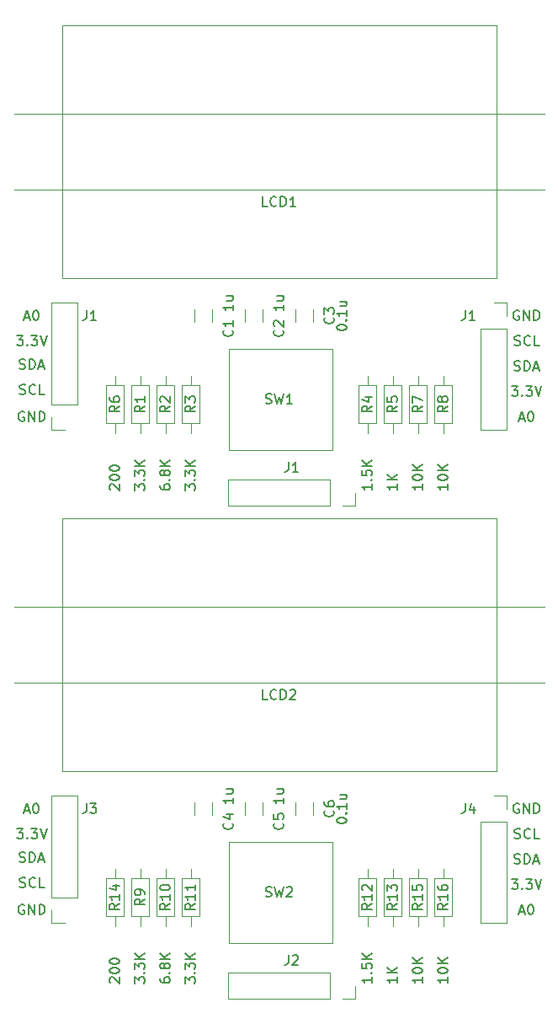
<source format=gbr>
G04 #@! TF.GenerationSoftware,KiCad,Pcbnew,8.0.2*
G04 #@! TF.CreationDate,2024-05-23T02:02:48+09:00*
G04 #@! TF.ProjectId,5way_lcd_interface,35776179-5f6c-4636-945f-696e74657266,1.0*
G04 #@! TF.SameCoordinates,Original*
G04 #@! TF.FileFunction,Legend,Top*
G04 #@! TF.FilePolarity,Positive*
%FSLAX46Y46*%
G04 Gerber Fmt 4.6, Leading zero omitted, Abs format (unit mm)*
G04 Created by KiCad (PCBNEW 8.0.2) date 2024-05-23 02:02:48*
%MOMM*%
%LPD*%
G01*
G04 APERTURE LIST*
%ADD10C,0.120000*%
%ADD11C,0.150000*%
G04 APERTURE END LIST*
D10*
X104140000Y-111760000D02*
X157480000Y-111760000D01*
X104140000Y-119380000D02*
X157480000Y-119380000D01*
D11*
X147774819Y-148999411D02*
X147774819Y-149570839D01*
X147774819Y-149285125D02*
X146774819Y-149285125D01*
X146774819Y-149285125D02*
X146917676Y-149380363D01*
X146917676Y-149380363D02*
X147012914Y-149475601D01*
X147012914Y-149475601D02*
X147060533Y-149570839D01*
X146774819Y-148380363D02*
X146774819Y-148285125D01*
X146774819Y-148285125D02*
X146822438Y-148189887D01*
X146822438Y-148189887D02*
X146870057Y-148142268D01*
X146870057Y-148142268D02*
X146965295Y-148094649D01*
X146965295Y-148094649D02*
X147155771Y-148047030D01*
X147155771Y-148047030D02*
X147393866Y-148047030D01*
X147393866Y-148047030D02*
X147584342Y-148094649D01*
X147584342Y-148094649D02*
X147679580Y-148142268D01*
X147679580Y-148142268D02*
X147727200Y-148189887D01*
X147727200Y-148189887D02*
X147774819Y-148285125D01*
X147774819Y-148285125D02*
X147774819Y-148380363D01*
X147774819Y-148380363D02*
X147727200Y-148475601D01*
X147727200Y-148475601D02*
X147679580Y-148523220D01*
X147679580Y-148523220D02*
X147584342Y-148570839D01*
X147584342Y-148570839D02*
X147393866Y-148618458D01*
X147393866Y-148618458D02*
X147155771Y-148618458D01*
X147155771Y-148618458D02*
X146965295Y-148570839D01*
X146965295Y-148570839D02*
X146870057Y-148523220D01*
X146870057Y-148523220D02*
X146822438Y-148475601D01*
X146822438Y-148475601D02*
X146774819Y-148380363D01*
X147774819Y-147618458D02*
X146774819Y-147618458D01*
X147774819Y-147047030D02*
X147203390Y-147475601D01*
X146774819Y-147047030D02*
X147346247Y-147618458D01*
X145234819Y-148999411D02*
X145234819Y-149570839D01*
X145234819Y-149285125D02*
X144234819Y-149285125D01*
X144234819Y-149285125D02*
X144377676Y-149380363D01*
X144377676Y-149380363D02*
X144472914Y-149475601D01*
X144472914Y-149475601D02*
X144520533Y-149570839D01*
X144234819Y-148380363D02*
X144234819Y-148285125D01*
X144234819Y-148285125D02*
X144282438Y-148189887D01*
X144282438Y-148189887D02*
X144330057Y-148142268D01*
X144330057Y-148142268D02*
X144425295Y-148094649D01*
X144425295Y-148094649D02*
X144615771Y-148047030D01*
X144615771Y-148047030D02*
X144853866Y-148047030D01*
X144853866Y-148047030D02*
X145044342Y-148094649D01*
X145044342Y-148094649D02*
X145139580Y-148142268D01*
X145139580Y-148142268D02*
X145187200Y-148189887D01*
X145187200Y-148189887D02*
X145234819Y-148285125D01*
X145234819Y-148285125D02*
X145234819Y-148380363D01*
X145234819Y-148380363D02*
X145187200Y-148475601D01*
X145187200Y-148475601D02*
X145139580Y-148523220D01*
X145139580Y-148523220D02*
X145044342Y-148570839D01*
X145044342Y-148570839D02*
X144853866Y-148618458D01*
X144853866Y-148618458D02*
X144615771Y-148618458D01*
X144615771Y-148618458D02*
X144425295Y-148570839D01*
X144425295Y-148570839D02*
X144330057Y-148523220D01*
X144330057Y-148523220D02*
X144282438Y-148475601D01*
X144282438Y-148475601D02*
X144234819Y-148380363D01*
X145234819Y-147618458D02*
X144234819Y-147618458D01*
X145234819Y-147047030D02*
X144663390Y-147475601D01*
X144234819Y-147047030D02*
X144806247Y-147618458D01*
X154987619Y-142409104D02*
X155463809Y-142409104D01*
X154892381Y-142694819D02*
X155225714Y-141694819D01*
X155225714Y-141694819D02*
X155559047Y-142694819D01*
X156082857Y-141694819D02*
X156178095Y-141694819D01*
X156178095Y-141694819D02*
X156273333Y-141742438D01*
X156273333Y-141742438D02*
X156320952Y-141790057D01*
X156320952Y-141790057D02*
X156368571Y-141885295D01*
X156368571Y-141885295D02*
X156416190Y-142075771D01*
X156416190Y-142075771D02*
X156416190Y-142313866D01*
X156416190Y-142313866D02*
X156368571Y-142504342D01*
X156368571Y-142504342D02*
X156320952Y-142599580D01*
X156320952Y-142599580D02*
X156273333Y-142647200D01*
X156273333Y-142647200D02*
X156178095Y-142694819D01*
X156178095Y-142694819D02*
X156082857Y-142694819D01*
X156082857Y-142694819D02*
X155987619Y-142647200D01*
X155987619Y-142647200D02*
X155940000Y-142599580D01*
X155940000Y-142599580D02*
X155892381Y-142504342D01*
X155892381Y-142504342D02*
X155844762Y-142313866D01*
X155844762Y-142313866D02*
X155844762Y-142075771D01*
X155844762Y-142075771D02*
X155892381Y-141885295D01*
X155892381Y-141885295D02*
X155940000Y-141790057D01*
X155940000Y-141790057D02*
X155987619Y-141742438D01*
X155987619Y-141742438D02*
X156082857Y-141694819D01*
X154225715Y-139154819D02*
X154844762Y-139154819D01*
X154844762Y-139154819D02*
X154511429Y-139535771D01*
X154511429Y-139535771D02*
X154654286Y-139535771D01*
X154654286Y-139535771D02*
X154749524Y-139583390D01*
X154749524Y-139583390D02*
X154797143Y-139631009D01*
X154797143Y-139631009D02*
X154844762Y-139726247D01*
X154844762Y-139726247D02*
X154844762Y-139964342D01*
X154844762Y-139964342D02*
X154797143Y-140059580D01*
X154797143Y-140059580D02*
X154749524Y-140107200D01*
X154749524Y-140107200D02*
X154654286Y-140154819D01*
X154654286Y-140154819D02*
X154368572Y-140154819D01*
X154368572Y-140154819D02*
X154273334Y-140107200D01*
X154273334Y-140107200D02*
X154225715Y-140059580D01*
X155273334Y-140059580D02*
X155320953Y-140107200D01*
X155320953Y-140107200D02*
X155273334Y-140154819D01*
X155273334Y-140154819D02*
X155225715Y-140107200D01*
X155225715Y-140107200D02*
X155273334Y-140059580D01*
X155273334Y-140059580D02*
X155273334Y-140154819D01*
X155654286Y-139154819D02*
X156273333Y-139154819D01*
X156273333Y-139154819D02*
X155940000Y-139535771D01*
X155940000Y-139535771D02*
X156082857Y-139535771D01*
X156082857Y-139535771D02*
X156178095Y-139583390D01*
X156178095Y-139583390D02*
X156225714Y-139631009D01*
X156225714Y-139631009D02*
X156273333Y-139726247D01*
X156273333Y-139726247D02*
X156273333Y-139964342D01*
X156273333Y-139964342D02*
X156225714Y-140059580D01*
X156225714Y-140059580D02*
X156178095Y-140107200D01*
X156178095Y-140107200D02*
X156082857Y-140154819D01*
X156082857Y-140154819D02*
X155797143Y-140154819D01*
X155797143Y-140154819D02*
X155701905Y-140107200D01*
X155701905Y-140107200D02*
X155654286Y-140059580D01*
X156559048Y-139154819D02*
X156892381Y-140154819D01*
X156892381Y-140154819D02*
X157225714Y-139154819D01*
X113850057Y-149570839D02*
X113802438Y-149523220D01*
X113802438Y-149523220D02*
X113754819Y-149427982D01*
X113754819Y-149427982D02*
X113754819Y-149189887D01*
X113754819Y-149189887D02*
X113802438Y-149094649D01*
X113802438Y-149094649D02*
X113850057Y-149047030D01*
X113850057Y-149047030D02*
X113945295Y-148999411D01*
X113945295Y-148999411D02*
X114040533Y-148999411D01*
X114040533Y-148999411D02*
X114183390Y-149047030D01*
X114183390Y-149047030D02*
X114754819Y-149618458D01*
X114754819Y-149618458D02*
X114754819Y-148999411D01*
X113754819Y-148380363D02*
X113754819Y-148285125D01*
X113754819Y-148285125D02*
X113802438Y-148189887D01*
X113802438Y-148189887D02*
X113850057Y-148142268D01*
X113850057Y-148142268D02*
X113945295Y-148094649D01*
X113945295Y-148094649D02*
X114135771Y-148047030D01*
X114135771Y-148047030D02*
X114373866Y-148047030D01*
X114373866Y-148047030D02*
X114564342Y-148094649D01*
X114564342Y-148094649D02*
X114659580Y-148142268D01*
X114659580Y-148142268D02*
X114707200Y-148189887D01*
X114707200Y-148189887D02*
X114754819Y-148285125D01*
X114754819Y-148285125D02*
X114754819Y-148380363D01*
X114754819Y-148380363D02*
X114707200Y-148475601D01*
X114707200Y-148475601D02*
X114659580Y-148523220D01*
X114659580Y-148523220D02*
X114564342Y-148570839D01*
X114564342Y-148570839D02*
X114373866Y-148618458D01*
X114373866Y-148618458D02*
X114135771Y-148618458D01*
X114135771Y-148618458D02*
X113945295Y-148570839D01*
X113945295Y-148570839D02*
X113850057Y-148523220D01*
X113850057Y-148523220D02*
X113802438Y-148475601D01*
X113802438Y-148475601D02*
X113754819Y-148380363D01*
X113754819Y-147427982D02*
X113754819Y-147332744D01*
X113754819Y-147332744D02*
X113802438Y-147237506D01*
X113802438Y-147237506D02*
X113850057Y-147189887D01*
X113850057Y-147189887D02*
X113945295Y-147142268D01*
X113945295Y-147142268D02*
X114135771Y-147094649D01*
X114135771Y-147094649D02*
X114373866Y-147094649D01*
X114373866Y-147094649D02*
X114564342Y-147142268D01*
X114564342Y-147142268D02*
X114659580Y-147189887D01*
X114659580Y-147189887D02*
X114707200Y-147237506D01*
X114707200Y-147237506D02*
X114754819Y-147332744D01*
X114754819Y-147332744D02*
X114754819Y-147427982D01*
X114754819Y-147427982D02*
X114707200Y-147523220D01*
X114707200Y-147523220D02*
X114659580Y-147570839D01*
X114659580Y-147570839D02*
X114564342Y-147618458D01*
X114564342Y-147618458D02*
X114373866Y-147666077D01*
X114373866Y-147666077D02*
X114135771Y-147666077D01*
X114135771Y-147666077D02*
X113945295Y-147618458D01*
X113945295Y-147618458D02*
X113850057Y-147570839D01*
X113850057Y-147570839D02*
X113802438Y-147523220D01*
X113802438Y-147523220D02*
X113754819Y-147427982D01*
X105203809Y-132249104D02*
X105679999Y-132249104D01*
X105108571Y-132534819D02*
X105441904Y-131534819D01*
X105441904Y-131534819D02*
X105775237Y-132534819D01*
X106299047Y-131534819D02*
X106394285Y-131534819D01*
X106394285Y-131534819D02*
X106489523Y-131582438D01*
X106489523Y-131582438D02*
X106537142Y-131630057D01*
X106537142Y-131630057D02*
X106584761Y-131725295D01*
X106584761Y-131725295D02*
X106632380Y-131915771D01*
X106632380Y-131915771D02*
X106632380Y-132153866D01*
X106632380Y-132153866D02*
X106584761Y-132344342D01*
X106584761Y-132344342D02*
X106537142Y-132439580D01*
X106537142Y-132439580D02*
X106489523Y-132487200D01*
X106489523Y-132487200D02*
X106394285Y-132534819D01*
X106394285Y-132534819D02*
X106299047Y-132534819D01*
X106299047Y-132534819D02*
X106203809Y-132487200D01*
X106203809Y-132487200D02*
X106156190Y-132439580D01*
X106156190Y-132439580D02*
X106108571Y-132344342D01*
X106108571Y-132344342D02*
X106060952Y-132153866D01*
X106060952Y-132153866D02*
X106060952Y-131915771D01*
X106060952Y-131915771D02*
X106108571Y-131725295D01*
X106108571Y-131725295D02*
X106156190Y-131630057D01*
X106156190Y-131630057D02*
X106203809Y-131582438D01*
X106203809Y-131582438D02*
X106299047Y-131534819D01*
X142694819Y-148999411D02*
X142694819Y-149570839D01*
X142694819Y-149285125D02*
X141694819Y-149285125D01*
X141694819Y-149285125D02*
X141837676Y-149380363D01*
X141837676Y-149380363D02*
X141932914Y-149475601D01*
X141932914Y-149475601D02*
X141980533Y-149570839D01*
X142694819Y-148570839D02*
X141694819Y-148570839D01*
X142694819Y-147999411D02*
X142123390Y-148427982D01*
X141694819Y-147999411D02*
X142266247Y-148570839D01*
X118834819Y-149094649D02*
X118834819Y-149285125D01*
X118834819Y-149285125D02*
X118882438Y-149380363D01*
X118882438Y-149380363D02*
X118930057Y-149427982D01*
X118930057Y-149427982D02*
X119072914Y-149523220D01*
X119072914Y-149523220D02*
X119263390Y-149570839D01*
X119263390Y-149570839D02*
X119644342Y-149570839D01*
X119644342Y-149570839D02*
X119739580Y-149523220D01*
X119739580Y-149523220D02*
X119787200Y-149475601D01*
X119787200Y-149475601D02*
X119834819Y-149380363D01*
X119834819Y-149380363D02*
X119834819Y-149189887D01*
X119834819Y-149189887D02*
X119787200Y-149094649D01*
X119787200Y-149094649D02*
X119739580Y-149047030D01*
X119739580Y-149047030D02*
X119644342Y-148999411D01*
X119644342Y-148999411D02*
X119406247Y-148999411D01*
X119406247Y-148999411D02*
X119311009Y-149047030D01*
X119311009Y-149047030D02*
X119263390Y-149094649D01*
X119263390Y-149094649D02*
X119215771Y-149189887D01*
X119215771Y-149189887D02*
X119215771Y-149380363D01*
X119215771Y-149380363D02*
X119263390Y-149475601D01*
X119263390Y-149475601D02*
X119311009Y-149523220D01*
X119311009Y-149523220D02*
X119406247Y-149570839D01*
X119739580Y-148570839D02*
X119787200Y-148523220D01*
X119787200Y-148523220D02*
X119834819Y-148570839D01*
X119834819Y-148570839D02*
X119787200Y-148618458D01*
X119787200Y-148618458D02*
X119739580Y-148570839D01*
X119739580Y-148570839D02*
X119834819Y-148570839D01*
X119263390Y-147951792D02*
X119215771Y-148047030D01*
X119215771Y-148047030D02*
X119168152Y-148094649D01*
X119168152Y-148094649D02*
X119072914Y-148142268D01*
X119072914Y-148142268D02*
X119025295Y-148142268D01*
X119025295Y-148142268D02*
X118930057Y-148094649D01*
X118930057Y-148094649D02*
X118882438Y-148047030D01*
X118882438Y-148047030D02*
X118834819Y-147951792D01*
X118834819Y-147951792D02*
X118834819Y-147761316D01*
X118834819Y-147761316D02*
X118882438Y-147666078D01*
X118882438Y-147666078D02*
X118930057Y-147618459D01*
X118930057Y-147618459D02*
X119025295Y-147570840D01*
X119025295Y-147570840D02*
X119072914Y-147570840D01*
X119072914Y-147570840D02*
X119168152Y-147618459D01*
X119168152Y-147618459D02*
X119215771Y-147666078D01*
X119215771Y-147666078D02*
X119263390Y-147761316D01*
X119263390Y-147761316D02*
X119263390Y-147951792D01*
X119263390Y-147951792D02*
X119311009Y-148047030D01*
X119311009Y-148047030D02*
X119358628Y-148094649D01*
X119358628Y-148094649D02*
X119453866Y-148142268D01*
X119453866Y-148142268D02*
X119644342Y-148142268D01*
X119644342Y-148142268D02*
X119739580Y-148094649D01*
X119739580Y-148094649D02*
X119787200Y-148047030D01*
X119787200Y-148047030D02*
X119834819Y-147951792D01*
X119834819Y-147951792D02*
X119834819Y-147761316D01*
X119834819Y-147761316D02*
X119787200Y-147666078D01*
X119787200Y-147666078D02*
X119739580Y-147618459D01*
X119739580Y-147618459D02*
X119644342Y-147570840D01*
X119644342Y-147570840D02*
X119453866Y-147570840D01*
X119453866Y-147570840D02*
X119358628Y-147618459D01*
X119358628Y-147618459D02*
X119311009Y-147666078D01*
X119311009Y-147666078D02*
X119263390Y-147761316D01*
X119834819Y-147142268D02*
X118834819Y-147142268D01*
X119834819Y-146570840D02*
X119263390Y-146999411D01*
X118834819Y-146570840D02*
X119406247Y-147142268D01*
X140154819Y-148999411D02*
X140154819Y-149570839D01*
X140154819Y-149285125D02*
X139154819Y-149285125D01*
X139154819Y-149285125D02*
X139297676Y-149380363D01*
X139297676Y-149380363D02*
X139392914Y-149475601D01*
X139392914Y-149475601D02*
X139440533Y-149570839D01*
X140059580Y-148570839D02*
X140107200Y-148523220D01*
X140107200Y-148523220D02*
X140154819Y-148570839D01*
X140154819Y-148570839D02*
X140107200Y-148618458D01*
X140107200Y-148618458D02*
X140059580Y-148570839D01*
X140059580Y-148570839D02*
X140154819Y-148570839D01*
X139154819Y-147618459D02*
X139154819Y-148094649D01*
X139154819Y-148094649D02*
X139631009Y-148142268D01*
X139631009Y-148142268D02*
X139583390Y-148094649D01*
X139583390Y-148094649D02*
X139535771Y-147999411D01*
X139535771Y-147999411D02*
X139535771Y-147761316D01*
X139535771Y-147761316D02*
X139583390Y-147666078D01*
X139583390Y-147666078D02*
X139631009Y-147618459D01*
X139631009Y-147618459D02*
X139726247Y-147570840D01*
X139726247Y-147570840D02*
X139964342Y-147570840D01*
X139964342Y-147570840D02*
X140059580Y-147618459D01*
X140059580Y-147618459D02*
X140107200Y-147666078D01*
X140107200Y-147666078D02*
X140154819Y-147761316D01*
X140154819Y-147761316D02*
X140154819Y-147999411D01*
X140154819Y-147999411D02*
X140107200Y-148094649D01*
X140107200Y-148094649D02*
X140059580Y-148142268D01*
X140154819Y-147142268D02*
X139154819Y-147142268D01*
X140154819Y-146570840D02*
X139583390Y-146999411D01*
X139154819Y-146570840D02*
X139726247Y-147142268D01*
X116294819Y-149618458D02*
X116294819Y-148999411D01*
X116294819Y-148999411D02*
X116675771Y-149332744D01*
X116675771Y-149332744D02*
X116675771Y-149189887D01*
X116675771Y-149189887D02*
X116723390Y-149094649D01*
X116723390Y-149094649D02*
X116771009Y-149047030D01*
X116771009Y-149047030D02*
X116866247Y-148999411D01*
X116866247Y-148999411D02*
X117104342Y-148999411D01*
X117104342Y-148999411D02*
X117199580Y-149047030D01*
X117199580Y-149047030D02*
X117247200Y-149094649D01*
X117247200Y-149094649D02*
X117294819Y-149189887D01*
X117294819Y-149189887D02*
X117294819Y-149475601D01*
X117294819Y-149475601D02*
X117247200Y-149570839D01*
X117247200Y-149570839D02*
X117199580Y-149618458D01*
X117199580Y-148570839D02*
X117247200Y-148523220D01*
X117247200Y-148523220D02*
X117294819Y-148570839D01*
X117294819Y-148570839D02*
X117247200Y-148618458D01*
X117247200Y-148618458D02*
X117199580Y-148570839D01*
X117199580Y-148570839D02*
X117294819Y-148570839D01*
X116294819Y-148189887D02*
X116294819Y-147570840D01*
X116294819Y-147570840D02*
X116675771Y-147904173D01*
X116675771Y-147904173D02*
X116675771Y-147761316D01*
X116675771Y-147761316D02*
X116723390Y-147666078D01*
X116723390Y-147666078D02*
X116771009Y-147618459D01*
X116771009Y-147618459D02*
X116866247Y-147570840D01*
X116866247Y-147570840D02*
X117104342Y-147570840D01*
X117104342Y-147570840D02*
X117199580Y-147618459D01*
X117199580Y-147618459D02*
X117247200Y-147666078D01*
X117247200Y-147666078D02*
X117294819Y-147761316D01*
X117294819Y-147761316D02*
X117294819Y-148047030D01*
X117294819Y-148047030D02*
X117247200Y-148142268D01*
X117247200Y-148142268D02*
X117199580Y-148189887D01*
X117294819Y-147142268D02*
X116294819Y-147142268D01*
X117294819Y-146570840D02*
X116723390Y-146999411D01*
X116294819Y-146570840D02*
X116866247Y-147142268D01*
X126184819Y-130976666D02*
X126184819Y-131548094D01*
X126184819Y-131262380D02*
X125184819Y-131262380D01*
X125184819Y-131262380D02*
X125327676Y-131357618D01*
X125327676Y-131357618D02*
X125422914Y-131452856D01*
X125422914Y-131452856D02*
X125470533Y-131548094D01*
X125518152Y-130119523D02*
X126184819Y-130119523D01*
X125518152Y-130548094D02*
X126041961Y-130548094D01*
X126041961Y-130548094D02*
X126137200Y-130500475D01*
X126137200Y-130500475D02*
X126184819Y-130405237D01*
X126184819Y-130405237D02*
X126184819Y-130262380D01*
X126184819Y-130262380D02*
X126137200Y-130167142D01*
X126137200Y-130167142D02*
X126089580Y-130119523D01*
X131264819Y-130976666D02*
X131264819Y-131548094D01*
X131264819Y-131262380D02*
X130264819Y-131262380D01*
X130264819Y-131262380D02*
X130407676Y-131357618D01*
X130407676Y-131357618D02*
X130502914Y-131452856D01*
X130502914Y-131452856D02*
X130550533Y-131548094D01*
X130598152Y-130119523D02*
X131264819Y-130119523D01*
X130598152Y-130548094D02*
X131121961Y-130548094D01*
X131121961Y-130548094D02*
X131217200Y-130500475D01*
X131217200Y-130500475D02*
X131264819Y-130405237D01*
X131264819Y-130405237D02*
X131264819Y-130262380D01*
X131264819Y-130262380D02*
X131217200Y-130167142D01*
X131217200Y-130167142D02*
X131169580Y-130119523D01*
X136614819Y-133294285D02*
X136614819Y-133199047D01*
X136614819Y-133199047D02*
X136662438Y-133103809D01*
X136662438Y-133103809D02*
X136710057Y-133056190D01*
X136710057Y-133056190D02*
X136805295Y-133008571D01*
X136805295Y-133008571D02*
X136995771Y-132960952D01*
X136995771Y-132960952D02*
X137233866Y-132960952D01*
X137233866Y-132960952D02*
X137424342Y-133008571D01*
X137424342Y-133008571D02*
X137519580Y-133056190D01*
X137519580Y-133056190D02*
X137567200Y-133103809D01*
X137567200Y-133103809D02*
X137614819Y-133199047D01*
X137614819Y-133199047D02*
X137614819Y-133294285D01*
X137614819Y-133294285D02*
X137567200Y-133389523D01*
X137567200Y-133389523D02*
X137519580Y-133437142D01*
X137519580Y-133437142D02*
X137424342Y-133484761D01*
X137424342Y-133484761D02*
X137233866Y-133532380D01*
X137233866Y-133532380D02*
X136995771Y-133532380D01*
X136995771Y-133532380D02*
X136805295Y-133484761D01*
X136805295Y-133484761D02*
X136710057Y-133437142D01*
X136710057Y-133437142D02*
X136662438Y-133389523D01*
X136662438Y-133389523D02*
X136614819Y-133294285D01*
X137519580Y-132532380D02*
X137567200Y-132484761D01*
X137567200Y-132484761D02*
X137614819Y-132532380D01*
X137614819Y-132532380D02*
X137567200Y-132579999D01*
X137567200Y-132579999D02*
X137519580Y-132532380D01*
X137519580Y-132532380D02*
X137614819Y-132532380D01*
X137614819Y-131532381D02*
X137614819Y-132103809D01*
X137614819Y-131818095D02*
X136614819Y-131818095D01*
X136614819Y-131818095D02*
X136757676Y-131913333D01*
X136757676Y-131913333D02*
X136852914Y-132008571D01*
X136852914Y-132008571D02*
X136900533Y-132103809D01*
X136948152Y-130675238D02*
X137614819Y-130675238D01*
X136948152Y-131103809D02*
X137471961Y-131103809D01*
X137471961Y-131103809D02*
X137567200Y-131056190D01*
X137567200Y-131056190D02*
X137614819Y-130960952D01*
X137614819Y-130960952D02*
X137614819Y-130818095D01*
X137614819Y-130818095D02*
X137567200Y-130722857D01*
X137567200Y-130722857D02*
X137519580Y-130675238D01*
X154487619Y-137567200D02*
X154630476Y-137614819D01*
X154630476Y-137614819D02*
X154868571Y-137614819D01*
X154868571Y-137614819D02*
X154963809Y-137567200D01*
X154963809Y-137567200D02*
X155011428Y-137519580D01*
X155011428Y-137519580D02*
X155059047Y-137424342D01*
X155059047Y-137424342D02*
X155059047Y-137329104D01*
X155059047Y-137329104D02*
X155011428Y-137233866D01*
X155011428Y-137233866D02*
X154963809Y-137186247D01*
X154963809Y-137186247D02*
X154868571Y-137138628D01*
X154868571Y-137138628D02*
X154678095Y-137091009D01*
X154678095Y-137091009D02*
X154582857Y-137043390D01*
X154582857Y-137043390D02*
X154535238Y-136995771D01*
X154535238Y-136995771D02*
X154487619Y-136900533D01*
X154487619Y-136900533D02*
X154487619Y-136805295D01*
X154487619Y-136805295D02*
X154535238Y-136710057D01*
X154535238Y-136710057D02*
X154582857Y-136662438D01*
X154582857Y-136662438D02*
X154678095Y-136614819D01*
X154678095Y-136614819D02*
X154916190Y-136614819D01*
X154916190Y-136614819D02*
X155059047Y-136662438D01*
X155487619Y-137614819D02*
X155487619Y-136614819D01*
X155487619Y-136614819D02*
X155725714Y-136614819D01*
X155725714Y-136614819D02*
X155868571Y-136662438D01*
X155868571Y-136662438D02*
X155963809Y-136757676D01*
X155963809Y-136757676D02*
X156011428Y-136852914D01*
X156011428Y-136852914D02*
X156059047Y-137043390D01*
X156059047Y-137043390D02*
X156059047Y-137186247D01*
X156059047Y-137186247D02*
X156011428Y-137376723D01*
X156011428Y-137376723D02*
X155963809Y-137471961D01*
X155963809Y-137471961D02*
X155868571Y-137567200D01*
X155868571Y-137567200D02*
X155725714Y-137614819D01*
X155725714Y-137614819D02*
X155487619Y-137614819D01*
X156440000Y-137329104D02*
X156916190Y-137329104D01*
X156344762Y-137614819D02*
X156678095Y-136614819D01*
X156678095Y-136614819D02*
X157011428Y-137614819D01*
X104441905Y-134074819D02*
X105060952Y-134074819D01*
X105060952Y-134074819D02*
X104727619Y-134455771D01*
X104727619Y-134455771D02*
X104870476Y-134455771D01*
X104870476Y-134455771D02*
X104965714Y-134503390D01*
X104965714Y-134503390D02*
X105013333Y-134551009D01*
X105013333Y-134551009D02*
X105060952Y-134646247D01*
X105060952Y-134646247D02*
X105060952Y-134884342D01*
X105060952Y-134884342D02*
X105013333Y-134979580D01*
X105013333Y-134979580D02*
X104965714Y-135027200D01*
X104965714Y-135027200D02*
X104870476Y-135074819D01*
X104870476Y-135074819D02*
X104584762Y-135074819D01*
X104584762Y-135074819D02*
X104489524Y-135027200D01*
X104489524Y-135027200D02*
X104441905Y-134979580D01*
X105489524Y-134979580D02*
X105537143Y-135027200D01*
X105537143Y-135027200D02*
X105489524Y-135074819D01*
X105489524Y-135074819D02*
X105441905Y-135027200D01*
X105441905Y-135027200D02*
X105489524Y-134979580D01*
X105489524Y-134979580D02*
X105489524Y-135074819D01*
X105870476Y-134074819D02*
X106489523Y-134074819D01*
X106489523Y-134074819D02*
X106156190Y-134455771D01*
X106156190Y-134455771D02*
X106299047Y-134455771D01*
X106299047Y-134455771D02*
X106394285Y-134503390D01*
X106394285Y-134503390D02*
X106441904Y-134551009D01*
X106441904Y-134551009D02*
X106489523Y-134646247D01*
X106489523Y-134646247D02*
X106489523Y-134884342D01*
X106489523Y-134884342D02*
X106441904Y-134979580D01*
X106441904Y-134979580D02*
X106394285Y-135027200D01*
X106394285Y-135027200D02*
X106299047Y-135074819D01*
X106299047Y-135074819D02*
X106013333Y-135074819D01*
X106013333Y-135074819D02*
X105918095Y-135027200D01*
X105918095Y-135027200D02*
X105870476Y-134979580D01*
X106775238Y-134074819D02*
X107108571Y-135074819D01*
X107108571Y-135074819D02*
X107441904Y-134074819D01*
X154511429Y-135027200D02*
X154654286Y-135074819D01*
X154654286Y-135074819D02*
X154892381Y-135074819D01*
X154892381Y-135074819D02*
X154987619Y-135027200D01*
X154987619Y-135027200D02*
X155035238Y-134979580D01*
X155035238Y-134979580D02*
X155082857Y-134884342D01*
X155082857Y-134884342D02*
X155082857Y-134789104D01*
X155082857Y-134789104D02*
X155035238Y-134693866D01*
X155035238Y-134693866D02*
X154987619Y-134646247D01*
X154987619Y-134646247D02*
X154892381Y-134598628D01*
X154892381Y-134598628D02*
X154701905Y-134551009D01*
X154701905Y-134551009D02*
X154606667Y-134503390D01*
X154606667Y-134503390D02*
X154559048Y-134455771D01*
X154559048Y-134455771D02*
X154511429Y-134360533D01*
X154511429Y-134360533D02*
X154511429Y-134265295D01*
X154511429Y-134265295D02*
X154559048Y-134170057D01*
X154559048Y-134170057D02*
X154606667Y-134122438D01*
X154606667Y-134122438D02*
X154701905Y-134074819D01*
X154701905Y-134074819D02*
X154940000Y-134074819D01*
X154940000Y-134074819D02*
X155082857Y-134122438D01*
X156082857Y-134979580D02*
X156035238Y-135027200D01*
X156035238Y-135027200D02*
X155892381Y-135074819D01*
X155892381Y-135074819D02*
X155797143Y-135074819D01*
X155797143Y-135074819D02*
X155654286Y-135027200D01*
X155654286Y-135027200D02*
X155559048Y-134931961D01*
X155559048Y-134931961D02*
X155511429Y-134836723D01*
X155511429Y-134836723D02*
X155463810Y-134646247D01*
X155463810Y-134646247D02*
X155463810Y-134503390D01*
X155463810Y-134503390D02*
X155511429Y-134312914D01*
X155511429Y-134312914D02*
X155559048Y-134217676D01*
X155559048Y-134217676D02*
X155654286Y-134122438D01*
X155654286Y-134122438D02*
X155797143Y-134074819D01*
X155797143Y-134074819D02*
X155892381Y-134074819D01*
X155892381Y-134074819D02*
X156035238Y-134122438D01*
X156035238Y-134122438D02*
X156082857Y-134170057D01*
X156987619Y-135074819D02*
X156511429Y-135074819D01*
X156511429Y-135074819D02*
X156511429Y-134074819D01*
X154940000Y-131582438D02*
X154844762Y-131534819D01*
X154844762Y-131534819D02*
X154701905Y-131534819D01*
X154701905Y-131534819D02*
X154559048Y-131582438D01*
X154559048Y-131582438D02*
X154463810Y-131677676D01*
X154463810Y-131677676D02*
X154416191Y-131772914D01*
X154416191Y-131772914D02*
X154368572Y-131963390D01*
X154368572Y-131963390D02*
X154368572Y-132106247D01*
X154368572Y-132106247D02*
X154416191Y-132296723D01*
X154416191Y-132296723D02*
X154463810Y-132391961D01*
X154463810Y-132391961D02*
X154559048Y-132487200D01*
X154559048Y-132487200D02*
X154701905Y-132534819D01*
X154701905Y-132534819D02*
X154797143Y-132534819D01*
X154797143Y-132534819D02*
X154940000Y-132487200D01*
X154940000Y-132487200D02*
X154987619Y-132439580D01*
X154987619Y-132439580D02*
X154987619Y-132106247D01*
X154987619Y-132106247D02*
X154797143Y-132106247D01*
X155416191Y-132534819D02*
X155416191Y-131534819D01*
X155416191Y-131534819D02*
X155987619Y-132534819D01*
X155987619Y-132534819D02*
X155987619Y-131534819D01*
X156463810Y-132534819D02*
X156463810Y-131534819D01*
X156463810Y-131534819D02*
X156701905Y-131534819D01*
X156701905Y-131534819D02*
X156844762Y-131582438D01*
X156844762Y-131582438D02*
X156940000Y-131677676D01*
X156940000Y-131677676D02*
X156987619Y-131772914D01*
X156987619Y-131772914D02*
X157035238Y-131963390D01*
X157035238Y-131963390D02*
X157035238Y-132106247D01*
X157035238Y-132106247D02*
X156987619Y-132296723D01*
X156987619Y-132296723D02*
X156940000Y-132391961D01*
X156940000Y-132391961D02*
X156844762Y-132487200D01*
X156844762Y-132487200D02*
X156701905Y-132534819D01*
X156701905Y-132534819D02*
X156463810Y-132534819D01*
X104727619Y-139927200D02*
X104870476Y-139974819D01*
X104870476Y-139974819D02*
X105108571Y-139974819D01*
X105108571Y-139974819D02*
X105203809Y-139927200D01*
X105203809Y-139927200D02*
X105251428Y-139879580D01*
X105251428Y-139879580D02*
X105299047Y-139784342D01*
X105299047Y-139784342D02*
X105299047Y-139689104D01*
X105299047Y-139689104D02*
X105251428Y-139593866D01*
X105251428Y-139593866D02*
X105203809Y-139546247D01*
X105203809Y-139546247D02*
X105108571Y-139498628D01*
X105108571Y-139498628D02*
X104918095Y-139451009D01*
X104918095Y-139451009D02*
X104822857Y-139403390D01*
X104822857Y-139403390D02*
X104775238Y-139355771D01*
X104775238Y-139355771D02*
X104727619Y-139260533D01*
X104727619Y-139260533D02*
X104727619Y-139165295D01*
X104727619Y-139165295D02*
X104775238Y-139070057D01*
X104775238Y-139070057D02*
X104822857Y-139022438D01*
X104822857Y-139022438D02*
X104918095Y-138974819D01*
X104918095Y-138974819D02*
X105156190Y-138974819D01*
X105156190Y-138974819D02*
X105299047Y-139022438D01*
X106299047Y-139879580D02*
X106251428Y-139927200D01*
X106251428Y-139927200D02*
X106108571Y-139974819D01*
X106108571Y-139974819D02*
X106013333Y-139974819D01*
X106013333Y-139974819D02*
X105870476Y-139927200D01*
X105870476Y-139927200D02*
X105775238Y-139831961D01*
X105775238Y-139831961D02*
X105727619Y-139736723D01*
X105727619Y-139736723D02*
X105680000Y-139546247D01*
X105680000Y-139546247D02*
X105680000Y-139403390D01*
X105680000Y-139403390D02*
X105727619Y-139212914D01*
X105727619Y-139212914D02*
X105775238Y-139117676D01*
X105775238Y-139117676D02*
X105870476Y-139022438D01*
X105870476Y-139022438D02*
X106013333Y-138974819D01*
X106013333Y-138974819D02*
X106108571Y-138974819D01*
X106108571Y-138974819D02*
X106251428Y-139022438D01*
X106251428Y-139022438D02*
X106299047Y-139070057D01*
X107203809Y-139974819D02*
X106727619Y-139974819D01*
X106727619Y-139974819D02*
X106727619Y-138974819D01*
X121374819Y-149618458D02*
X121374819Y-148999411D01*
X121374819Y-148999411D02*
X121755771Y-149332744D01*
X121755771Y-149332744D02*
X121755771Y-149189887D01*
X121755771Y-149189887D02*
X121803390Y-149094649D01*
X121803390Y-149094649D02*
X121851009Y-149047030D01*
X121851009Y-149047030D02*
X121946247Y-148999411D01*
X121946247Y-148999411D02*
X122184342Y-148999411D01*
X122184342Y-148999411D02*
X122279580Y-149047030D01*
X122279580Y-149047030D02*
X122327200Y-149094649D01*
X122327200Y-149094649D02*
X122374819Y-149189887D01*
X122374819Y-149189887D02*
X122374819Y-149475601D01*
X122374819Y-149475601D02*
X122327200Y-149570839D01*
X122327200Y-149570839D02*
X122279580Y-149618458D01*
X122279580Y-148570839D02*
X122327200Y-148523220D01*
X122327200Y-148523220D02*
X122374819Y-148570839D01*
X122374819Y-148570839D02*
X122327200Y-148618458D01*
X122327200Y-148618458D02*
X122279580Y-148570839D01*
X122279580Y-148570839D02*
X122374819Y-148570839D01*
X121374819Y-148189887D02*
X121374819Y-147570840D01*
X121374819Y-147570840D02*
X121755771Y-147904173D01*
X121755771Y-147904173D02*
X121755771Y-147761316D01*
X121755771Y-147761316D02*
X121803390Y-147666078D01*
X121803390Y-147666078D02*
X121851009Y-147618459D01*
X121851009Y-147618459D02*
X121946247Y-147570840D01*
X121946247Y-147570840D02*
X122184342Y-147570840D01*
X122184342Y-147570840D02*
X122279580Y-147618459D01*
X122279580Y-147618459D02*
X122327200Y-147666078D01*
X122327200Y-147666078D02*
X122374819Y-147761316D01*
X122374819Y-147761316D02*
X122374819Y-148047030D01*
X122374819Y-148047030D02*
X122327200Y-148142268D01*
X122327200Y-148142268D02*
X122279580Y-148189887D01*
X122374819Y-147142268D02*
X121374819Y-147142268D01*
X122374819Y-146570840D02*
X121803390Y-146999411D01*
X121374819Y-146570840D02*
X121946247Y-147142268D01*
X105156190Y-141742438D02*
X105060952Y-141694819D01*
X105060952Y-141694819D02*
X104918095Y-141694819D01*
X104918095Y-141694819D02*
X104775238Y-141742438D01*
X104775238Y-141742438D02*
X104680000Y-141837676D01*
X104680000Y-141837676D02*
X104632381Y-141932914D01*
X104632381Y-141932914D02*
X104584762Y-142123390D01*
X104584762Y-142123390D02*
X104584762Y-142266247D01*
X104584762Y-142266247D02*
X104632381Y-142456723D01*
X104632381Y-142456723D02*
X104680000Y-142551961D01*
X104680000Y-142551961D02*
X104775238Y-142647200D01*
X104775238Y-142647200D02*
X104918095Y-142694819D01*
X104918095Y-142694819D02*
X105013333Y-142694819D01*
X105013333Y-142694819D02*
X105156190Y-142647200D01*
X105156190Y-142647200D02*
X105203809Y-142599580D01*
X105203809Y-142599580D02*
X105203809Y-142266247D01*
X105203809Y-142266247D02*
X105013333Y-142266247D01*
X105632381Y-142694819D02*
X105632381Y-141694819D01*
X105632381Y-141694819D02*
X106203809Y-142694819D01*
X106203809Y-142694819D02*
X106203809Y-141694819D01*
X106680000Y-142694819D02*
X106680000Y-141694819D01*
X106680000Y-141694819D02*
X106918095Y-141694819D01*
X106918095Y-141694819D02*
X107060952Y-141742438D01*
X107060952Y-141742438D02*
X107156190Y-141837676D01*
X107156190Y-141837676D02*
X107203809Y-141932914D01*
X107203809Y-141932914D02*
X107251428Y-142123390D01*
X107251428Y-142123390D02*
X107251428Y-142266247D01*
X107251428Y-142266247D02*
X107203809Y-142456723D01*
X107203809Y-142456723D02*
X107156190Y-142551961D01*
X107156190Y-142551961D02*
X107060952Y-142647200D01*
X107060952Y-142647200D02*
X106918095Y-142694819D01*
X106918095Y-142694819D02*
X106680000Y-142694819D01*
X104703809Y-137387200D02*
X104846666Y-137434819D01*
X104846666Y-137434819D02*
X105084761Y-137434819D01*
X105084761Y-137434819D02*
X105179999Y-137387200D01*
X105179999Y-137387200D02*
X105227618Y-137339580D01*
X105227618Y-137339580D02*
X105275237Y-137244342D01*
X105275237Y-137244342D02*
X105275237Y-137149104D01*
X105275237Y-137149104D02*
X105227618Y-137053866D01*
X105227618Y-137053866D02*
X105179999Y-137006247D01*
X105179999Y-137006247D02*
X105084761Y-136958628D01*
X105084761Y-136958628D02*
X104894285Y-136911009D01*
X104894285Y-136911009D02*
X104799047Y-136863390D01*
X104799047Y-136863390D02*
X104751428Y-136815771D01*
X104751428Y-136815771D02*
X104703809Y-136720533D01*
X104703809Y-136720533D02*
X104703809Y-136625295D01*
X104703809Y-136625295D02*
X104751428Y-136530057D01*
X104751428Y-136530057D02*
X104799047Y-136482438D01*
X104799047Y-136482438D02*
X104894285Y-136434819D01*
X104894285Y-136434819D02*
X105132380Y-136434819D01*
X105132380Y-136434819D02*
X105275237Y-136482438D01*
X105703809Y-137434819D02*
X105703809Y-136434819D01*
X105703809Y-136434819D02*
X105941904Y-136434819D01*
X105941904Y-136434819D02*
X106084761Y-136482438D01*
X106084761Y-136482438D02*
X106179999Y-136577676D01*
X106179999Y-136577676D02*
X106227618Y-136672914D01*
X106227618Y-136672914D02*
X106275237Y-136863390D01*
X106275237Y-136863390D02*
X106275237Y-137006247D01*
X106275237Y-137006247D02*
X106227618Y-137196723D01*
X106227618Y-137196723D02*
X106179999Y-137291961D01*
X106179999Y-137291961D02*
X106084761Y-137387200D01*
X106084761Y-137387200D02*
X105941904Y-137434819D01*
X105941904Y-137434819D02*
X105703809Y-137434819D01*
X106656190Y-137149104D02*
X107132380Y-137149104D01*
X106560952Y-137434819D02*
X106894285Y-136434819D01*
X106894285Y-136434819D02*
X107227618Y-137434819D01*
D10*
X104140000Y-69850000D02*
X157480000Y-69850000D01*
X104140000Y-62230000D02*
X157480000Y-62230000D01*
D11*
X121374819Y-100088458D02*
X121374819Y-99469411D01*
X121374819Y-99469411D02*
X121755771Y-99802744D01*
X121755771Y-99802744D02*
X121755771Y-99659887D01*
X121755771Y-99659887D02*
X121803390Y-99564649D01*
X121803390Y-99564649D02*
X121851009Y-99517030D01*
X121851009Y-99517030D02*
X121946247Y-99469411D01*
X121946247Y-99469411D02*
X122184342Y-99469411D01*
X122184342Y-99469411D02*
X122279580Y-99517030D01*
X122279580Y-99517030D02*
X122327200Y-99564649D01*
X122327200Y-99564649D02*
X122374819Y-99659887D01*
X122374819Y-99659887D02*
X122374819Y-99945601D01*
X122374819Y-99945601D02*
X122327200Y-100040839D01*
X122327200Y-100040839D02*
X122279580Y-100088458D01*
X122279580Y-99040839D02*
X122327200Y-98993220D01*
X122327200Y-98993220D02*
X122374819Y-99040839D01*
X122374819Y-99040839D02*
X122327200Y-99088458D01*
X122327200Y-99088458D02*
X122279580Y-99040839D01*
X122279580Y-99040839D02*
X122374819Y-99040839D01*
X121374819Y-98659887D02*
X121374819Y-98040840D01*
X121374819Y-98040840D02*
X121755771Y-98374173D01*
X121755771Y-98374173D02*
X121755771Y-98231316D01*
X121755771Y-98231316D02*
X121803390Y-98136078D01*
X121803390Y-98136078D02*
X121851009Y-98088459D01*
X121851009Y-98088459D02*
X121946247Y-98040840D01*
X121946247Y-98040840D02*
X122184342Y-98040840D01*
X122184342Y-98040840D02*
X122279580Y-98088459D01*
X122279580Y-98088459D02*
X122327200Y-98136078D01*
X122327200Y-98136078D02*
X122374819Y-98231316D01*
X122374819Y-98231316D02*
X122374819Y-98517030D01*
X122374819Y-98517030D02*
X122327200Y-98612268D01*
X122327200Y-98612268D02*
X122279580Y-98659887D01*
X122374819Y-97612268D02*
X121374819Y-97612268D01*
X122374819Y-97040840D02*
X121803390Y-97469411D01*
X121374819Y-97040840D02*
X121946247Y-97612268D01*
X104703809Y-87857200D02*
X104846666Y-87904819D01*
X104846666Y-87904819D02*
X105084761Y-87904819D01*
X105084761Y-87904819D02*
X105179999Y-87857200D01*
X105179999Y-87857200D02*
X105227618Y-87809580D01*
X105227618Y-87809580D02*
X105275237Y-87714342D01*
X105275237Y-87714342D02*
X105275237Y-87619104D01*
X105275237Y-87619104D02*
X105227618Y-87523866D01*
X105227618Y-87523866D02*
X105179999Y-87476247D01*
X105179999Y-87476247D02*
X105084761Y-87428628D01*
X105084761Y-87428628D02*
X104894285Y-87381009D01*
X104894285Y-87381009D02*
X104799047Y-87333390D01*
X104799047Y-87333390D02*
X104751428Y-87285771D01*
X104751428Y-87285771D02*
X104703809Y-87190533D01*
X104703809Y-87190533D02*
X104703809Y-87095295D01*
X104703809Y-87095295D02*
X104751428Y-87000057D01*
X104751428Y-87000057D02*
X104799047Y-86952438D01*
X104799047Y-86952438D02*
X104894285Y-86904819D01*
X104894285Y-86904819D02*
X105132380Y-86904819D01*
X105132380Y-86904819D02*
X105275237Y-86952438D01*
X105703809Y-87904819D02*
X105703809Y-86904819D01*
X105703809Y-86904819D02*
X105941904Y-86904819D01*
X105941904Y-86904819D02*
X106084761Y-86952438D01*
X106084761Y-86952438D02*
X106179999Y-87047676D01*
X106179999Y-87047676D02*
X106227618Y-87142914D01*
X106227618Y-87142914D02*
X106275237Y-87333390D01*
X106275237Y-87333390D02*
X106275237Y-87476247D01*
X106275237Y-87476247D02*
X106227618Y-87666723D01*
X106227618Y-87666723D02*
X106179999Y-87761961D01*
X106179999Y-87761961D02*
X106084761Y-87857200D01*
X106084761Y-87857200D02*
X105941904Y-87904819D01*
X105941904Y-87904819D02*
X105703809Y-87904819D01*
X106656190Y-87619104D02*
X107132380Y-87619104D01*
X106560952Y-87904819D02*
X106894285Y-86904819D01*
X106894285Y-86904819D02*
X107227618Y-87904819D01*
X105156190Y-92212438D02*
X105060952Y-92164819D01*
X105060952Y-92164819D02*
X104918095Y-92164819D01*
X104918095Y-92164819D02*
X104775238Y-92212438D01*
X104775238Y-92212438D02*
X104680000Y-92307676D01*
X104680000Y-92307676D02*
X104632381Y-92402914D01*
X104632381Y-92402914D02*
X104584762Y-92593390D01*
X104584762Y-92593390D02*
X104584762Y-92736247D01*
X104584762Y-92736247D02*
X104632381Y-92926723D01*
X104632381Y-92926723D02*
X104680000Y-93021961D01*
X104680000Y-93021961D02*
X104775238Y-93117200D01*
X104775238Y-93117200D02*
X104918095Y-93164819D01*
X104918095Y-93164819D02*
X105013333Y-93164819D01*
X105013333Y-93164819D02*
X105156190Y-93117200D01*
X105156190Y-93117200D02*
X105203809Y-93069580D01*
X105203809Y-93069580D02*
X105203809Y-92736247D01*
X105203809Y-92736247D02*
X105013333Y-92736247D01*
X105632381Y-93164819D02*
X105632381Y-92164819D01*
X105632381Y-92164819D02*
X106203809Y-93164819D01*
X106203809Y-93164819D02*
X106203809Y-92164819D01*
X106680000Y-93164819D02*
X106680000Y-92164819D01*
X106680000Y-92164819D02*
X106918095Y-92164819D01*
X106918095Y-92164819D02*
X107060952Y-92212438D01*
X107060952Y-92212438D02*
X107156190Y-92307676D01*
X107156190Y-92307676D02*
X107203809Y-92402914D01*
X107203809Y-92402914D02*
X107251428Y-92593390D01*
X107251428Y-92593390D02*
X107251428Y-92736247D01*
X107251428Y-92736247D02*
X107203809Y-92926723D01*
X107203809Y-92926723D02*
X107156190Y-93021961D01*
X107156190Y-93021961D02*
X107060952Y-93117200D01*
X107060952Y-93117200D02*
X106918095Y-93164819D01*
X106918095Y-93164819D02*
X106680000Y-93164819D01*
X104441905Y-84544819D02*
X105060952Y-84544819D01*
X105060952Y-84544819D02*
X104727619Y-84925771D01*
X104727619Y-84925771D02*
X104870476Y-84925771D01*
X104870476Y-84925771D02*
X104965714Y-84973390D01*
X104965714Y-84973390D02*
X105013333Y-85021009D01*
X105013333Y-85021009D02*
X105060952Y-85116247D01*
X105060952Y-85116247D02*
X105060952Y-85354342D01*
X105060952Y-85354342D02*
X105013333Y-85449580D01*
X105013333Y-85449580D02*
X104965714Y-85497200D01*
X104965714Y-85497200D02*
X104870476Y-85544819D01*
X104870476Y-85544819D02*
X104584762Y-85544819D01*
X104584762Y-85544819D02*
X104489524Y-85497200D01*
X104489524Y-85497200D02*
X104441905Y-85449580D01*
X105489524Y-85449580D02*
X105537143Y-85497200D01*
X105537143Y-85497200D02*
X105489524Y-85544819D01*
X105489524Y-85544819D02*
X105441905Y-85497200D01*
X105441905Y-85497200D02*
X105489524Y-85449580D01*
X105489524Y-85449580D02*
X105489524Y-85544819D01*
X105870476Y-84544819D02*
X106489523Y-84544819D01*
X106489523Y-84544819D02*
X106156190Y-84925771D01*
X106156190Y-84925771D02*
X106299047Y-84925771D01*
X106299047Y-84925771D02*
X106394285Y-84973390D01*
X106394285Y-84973390D02*
X106441904Y-85021009D01*
X106441904Y-85021009D02*
X106489523Y-85116247D01*
X106489523Y-85116247D02*
X106489523Y-85354342D01*
X106489523Y-85354342D02*
X106441904Y-85449580D01*
X106441904Y-85449580D02*
X106394285Y-85497200D01*
X106394285Y-85497200D02*
X106299047Y-85544819D01*
X106299047Y-85544819D02*
X106013333Y-85544819D01*
X106013333Y-85544819D02*
X105918095Y-85497200D01*
X105918095Y-85497200D02*
X105870476Y-85449580D01*
X106775238Y-84544819D02*
X107108571Y-85544819D01*
X107108571Y-85544819D02*
X107441904Y-84544819D01*
X104727619Y-90397200D02*
X104870476Y-90444819D01*
X104870476Y-90444819D02*
X105108571Y-90444819D01*
X105108571Y-90444819D02*
X105203809Y-90397200D01*
X105203809Y-90397200D02*
X105251428Y-90349580D01*
X105251428Y-90349580D02*
X105299047Y-90254342D01*
X105299047Y-90254342D02*
X105299047Y-90159104D01*
X105299047Y-90159104D02*
X105251428Y-90063866D01*
X105251428Y-90063866D02*
X105203809Y-90016247D01*
X105203809Y-90016247D02*
X105108571Y-89968628D01*
X105108571Y-89968628D02*
X104918095Y-89921009D01*
X104918095Y-89921009D02*
X104822857Y-89873390D01*
X104822857Y-89873390D02*
X104775238Y-89825771D01*
X104775238Y-89825771D02*
X104727619Y-89730533D01*
X104727619Y-89730533D02*
X104727619Y-89635295D01*
X104727619Y-89635295D02*
X104775238Y-89540057D01*
X104775238Y-89540057D02*
X104822857Y-89492438D01*
X104822857Y-89492438D02*
X104918095Y-89444819D01*
X104918095Y-89444819D02*
X105156190Y-89444819D01*
X105156190Y-89444819D02*
X105299047Y-89492438D01*
X106299047Y-90349580D02*
X106251428Y-90397200D01*
X106251428Y-90397200D02*
X106108571Y-90444819D01*
X106108571Y-90444819D02*
X106013333Y-90444819D01*
X106013333Y-90444819D02*
X105870476Y-90397200D01*
X105870476Y-90397200D02*
X105775238Y-90301961D01*
X105775238Y-90301961D02*
X105727619Y-90206723D01*
X105727619Y-90206723D02*
X105680000Y-90016247D01*
X105680000Y-90016247D02*
X105680000Y-89873390D01*
X105680000Y-89873390D02*
X105727619Y-89682914D01*
X105727619Y-89682914D02*
X105775238Y-89587676D01*
X105775238Y-89587676D02*
X105870476Y-89492438D01*
X105870476Y-89492438D02*
X106013333Y-89444819D01*
X106013333Y-89444819D02*
X106108571Y-89444819D01*
X106108571Y-89444819D02*
X106251428Y-89492438D01*
X106251428Y-89492438D02*
X106299047Y-89540057D01*
X107203809Y-90444819D02*
X106727619Y-90444819D01*
X106727619Y-90444819D02*
X106727619Y-89444819D01*
X154940000Y-82052438D02*
X154844762Y-82004819D01*
X154844762Y-82004819D02*
X154701905Y-82004819D01*
X154701905Y-82004819D02*
X154559048Y-82052438D01*
X154559048Y-82052438D02*
X154463810Y-82147676D01*
X154463810Y-82147676D02*
X154416191Y-82242914D01*
X154416191Y-82242914D02*
X154368572Y-82433390D01*
X154368572Y-82433390D02*
X154368572Y-82576247D01*
X154368572Y-82576247D02*
X154416191Y-82766723D01*
X154416191Y-82766723D02*
X154463810Y-82861961D01*
X154463810Y-82861961D02*
X154559048Y-82957200D01*
X154559048Y-82957200D02*
X154701905Y-83004819D01*
X154701905Y-83004819D02*
X154797143Y-83004819D01*
X154797143Y-83004819D02*
X154940000Y-82957200D01*
X154940000Y-82957200D02*
X154987619Y-82909580D01*
X154987619Y-82909580D02*
X154987619Y-82576247D01*
X154987619Y-82576247D02*
X154797143Y-82576247D01*
X155416191Y-83004819D02*
X155416191Y-82004819D01*
X155416191Y-82004819D02*
X155987619Y-83004819D01*
X155987619Y-83004819D02*
X155987619Y-82004819D01*
X156463810Y-83004819D02*
X156463810Y-82004819D01*
X156463810Y-82004819D02*
X156701905Y-82004819D01*
X156701905Y-82004819D02*
X156844762Y-82052438D01*
X156844762Y-82052438D02*
X156940000Y-82147676D01*
X156940000Y-82147676D02*
X156987619Y-82242914D01*
X156987619Y-82242914D02*
X157035238Y-82433390D01*
X157035238Y-82433390D02*
X157035238Y-82576247D01*
X157035238Y-82576247D02*
X156987619Y-82766723D01*
X156987619Y-82766723D02*
X156940000Y-82861961D01*
X156940000Y-82861961D02*
X156844762Y-82957200D01*
X156844762Y-82957200D02*
X156701905Y-83004819D01*
X156701905Y-83004819D02*
X156463810Y-83004819D01*
X154225715Y-89624819D02*
X154844762Y-89624819D01*
X154844762Y-89624819D02*
X154511429Y-90005771D01*
X154511429Y-90005771D02*
X154654286Y-90005771D01*
X154654286Y-90005771D02*
X154749524Y-90053390D01*
X154749524Y-90053390D02*
X154797143Y-90101009D01*
X154797143Y-90101009D02*
X154844762Y-90196247D01*
X154844762Y-90196247D02*
X154844762Y-90434342D01*
X154844762Y-90434342D02*
X154797143Y-90529580D01*
X154797143Y-90529580D02*
X154749524Y-90577200D01*
X154749524Y-90577200D02*
X154654286Y-90624819D01*
X154654286Y-90624819D02*
X154368572Y-90624819D01*
X154368572Y-90624819D02*
X154273334Y-90577200D01*
X154273334Y-90577200D02*
X154225715Y-90529580D01*
X155273334Y-90529580D02*
X155320953Y-90577200D01*
X155320953Y-90577200D02*
X155273334Y-90624819D01*
X155273334Y-90624819D02*
X155225715Y-90577200D01*
X155225715Y-90577200D02*
X155273334Y-90529580D01*
X155273334Y-90529580D02*
X155273334Y-90624819D01*
X155654286Y-89624819D02*
X156273333Y-89624819D01*
X156273333Y-89624819D02*
X155940000Y-90005771D01*
X155940000Y-90005771D02*
X156082857Y-90005771D01*
X156082857Y-90005771D02*
X156178095Y-90053390D01*
X156178095Y-90053390D02*
X156225714Y-90101009D01*
X156225714Y-90101009D02*
X156273333Y-90196247D01*
X156273333Y-90196247D02*
X156273333Y-90434342D01*
X156273333Y-90434342D02*
X156225714Y-90529580D01*
X156225714Y-90529580D02*
X156178095Y-90577200D01*
X156178095Y-90577200D02*
X156082857Y-90624819D01*
X156082857Y-90624819D02*
X155797143Y-90624819D01*
X155797143Y-90624819D02*
X155701905Y-90577200D01*
X155701905Y-90577200D02*
X155654286Y-90529580D01*
X156559048Y-89624819D02*
X156892381Y-90624819D01*
X156892381Y-90624819D02*
X157225714Y-89624819D01*
X154511429Y-85497200D02*
X154654286Y-85544819D01*
X154654286Y-85544819D02*
X154892381Y-85544819D01*
X154892381Y-85544819D02*
X154987619Y-85497200D01*
X154987619Y-85497200D02*
X155035238Y-85449580D01*
X155035238Y-85449580D02*
X155082857Y-85354342D01*
X155082857Y-85354342D02*
X155082857Y-85259104D01*
X155082857Y-85259104D02*
X155035238Y-85163866D01*
X155035238Y-85163866D02*
X154987619Y-85116247D01*
X154987619Y-85116247D02*
X154892381Y-85068628D01*
X154892381Y-85068628D02*
X154701905Y-85021009D01*
X154701905Y-85021009D02*
X154606667Y-84973390D01*
X154606667Y-84973390D02*
X154559048Y-84925771D01*
X154559048Y-84925771D02*
X154511429Y-84830533D01*
X154511429Y-84830533D02*
X154511429Y-84735295D01*
X154511429Y-84735295D02*
X154559048Y-84640057D01*
X154559048Y-84640057D02*
X154606667Y-84592438D01*
X154606667Y-84592438D02*
X154701905Y-84544819D01*
X154701905Y-84544819D02*
X154940000Y-84544819D01*
X154940000Y-84544819D02*
X155082857Y-84592438D01*
X156082857Y-85449580D02*
X156035238Y-85497200D01*
X156035238Y-85497200D02*
X155892381Y-85544819D01*
X155892381Y-85544819D02*
X155797143Y-85544819D01*
X155797143Y-85544819D02*
X155654286Y-85497200D01*
X155654286Y-85497200D02*
X155559048Y-85401961D01*
X155559048Y-85401961D02*
X155511429Y-85306723D01*
X155511429Y-85306723D02*
X155463810Y-85116247D01*
X155463810Y-85116247D02*
X155463810Y-84973390D01*
X155463810Y-84973390D02*
X155511429Y-84782914D01*
X155511429Y-84782914D02*
X155559048Y-84687676D01*
X155559048Y-84687676D02*
X155654286Y-84592438D01*
X155654286Y-84592438D02*
X155797143Y-84544819D01*
X155797143Y-84544819D02*
X155892381Y-84544819D01*
X155892381Y-84544819D02*
X156035238Y-84592438D01*
X156035238Y-84592438D02*
X156082857Y-84640057D01*
X156987619Y-85544819D02*
X156511429Y-85544819D01*
X156511429Y-85544819D02*
X156511429Y-84544819D01*
X154487619Y-88037200D02*
X154630476Y-88084819D01*
X154630476Y-88084819D02*
X154868571Y-88084819D01*
X154868571Y-88084819D02*
X154963809Y-88037200D01*
X154963809Y-88037200D02*
X155011428Y-87989580D01*
X155011428Y-87989580D02*
X155059047Y-87894342D01*
X155059047Y-87894342D02*
X155059047Y-87799104D01*
X155059047Y-87799104D02*
X155011428Y-87703866D01*
X155011428Y-87703866D02*
X154963809Y-87656247D01*
X154963809Y-87656247D02*
X154868571Y-87608628D01*
X154868571Y-87608628D02*
X154678095Y-87561009D01*
X154678095Y-87561009D02*
X154582857Y-87513390D01*
X154582857Y-87513390D02*
X154535238Y-87465771D01*
X154535238Y-87465771D02*
X154487619Y-87370533D01*
X154487619Y-87370533D02*
X154487619Y-87275295D01*
X154487619Y-87275295D02*
X154535238Y-87180057D01*
X154535238Y-87180057D02*
X154582857Y-87132438D01*
X154582857Y-87132438D02*
X154678095Y-87084819D01*
X154678095Y-87084819D02*
X154916190Y-87084819D01*
X154916190Y-87084819D02*
X155059047Y-87132438D01*
X155487619Y-88084819D02*
X155487619Y-87084819D01*
X155487619Y-87084819D02*
X155725714Y-87084819D01*
X155725714Y-87084819D02*
X155868571Y-87132438D01*
X155868571Y-87132438D02*
X155963809Y-87227676D01*
X155963809Y-87227676D02*
X156011428Y-87322914D01*
X156011428Y-87322914D02*
X156059047Y-87513390D01*
X156059047Y-87513390D02*
X156059047Y-87656247D01*
X156059047Y-87656247D02*
X156011428Y-87846723D01*
X156011428Y-87846723D02*
X155963809Y-87941961D01*
X155963809Y-87941961D02*
X155868571Y-88037200D01*
X155868571Y-88037200D02*
X155725714Y-88084819D01*
X155725714Y-88084819D02*
X155487619Y-88084819D01*
X156440000Y-87799104D02*
X156916190Y-87799104D01*
X156344762Y-88084819D02*
X156678095Y-87084819D01*
X156678095Y-87084819D02*
X157011428Y-88084819D01*
X154987619Y-92879104D02*
X155463809Y-92879104D01*
X154892381Y-93164819D02*
X155225714Y-92164819D01*
X155225714Y-92164819D02*
X155559047Y-93164819D01*
X156082857Y-92164819D02*
X156178095Y-92164819D01*
X156178095Y-92164819D02*
X156273333Y-92212438D01*
X156273333Y-92212438D02*
X156320952Y-92260057D01*
X156320952Y-92260057D02*
X156368571Y-92355295D01*
X156368571Y-92355295D02*
X156416190Y-92545771D01*
X156416190Y-92545771D02*
X156416190Y-92783866D01*
X156416190Y-92783866D02*
X156368571Y-92974342D01*
X156368571Y-92974342D02*
X156320952Y-93069580D01*
X156320952Y-93069580D02*
X156273333Y-93117200D01*
X156273333Y-93117200D02*
X156178095Y-93164819D01*
X156178095Y-93164819D02*
X156082857Y-93164819D01*
X156082857Y-93164819D02*
X155987619Y-93117200D01*
X155987619Y-93117200D02*
X155940000Y-93069580D01*
X155940000Y-93069580D02*
X155892381Y-92974342D01*
X155892381Y-92974342D02*
X155844762Y-92783866D01*
X155844762Y-92783866D02*
X155844762Y-92545771D01*
X155844762Y-92545771D02*
X155892381Y-92355295D01*
X155892381Y-92355295D02*
X155940000Y-92260057D01*
X155940000Y-92260057D02*
X155987619Y-92212438D01*
X155987619Y-92212438D02*
X156082857Y-92164819D01*
X105203809Y-82719104D02*
X105679999Y-82719104D01*
X105108571Y-83004819D02*
X105441904Y-82004819D01*
X105441904Y-82004819D02*
X105775237Y-83004819D01*
X106299047Y-82004819D02*
X106394285Y-82004819D01*
X106394285Y-82004819D02*
X106489523Y-82052438D01*
X106489523Y-82052438D02*
X106537142Y-82100057D01*
X106537142Y-82100057D02*
X106584761Y-82195295D01*
X106584761Y-82195295D02*
X106632380Y-82385771D01*
X106632380Y-82385771D02*
X106632380Y-82623866D01*
X106632380Y-82623866D02*
X106584761Y-82814342D01*
X106584761Y-82814342D02*
X106537142Y-82909580D01*
X106537142Y-82909580D02*
X106489523Y-82957200D01*
X106489523Y-82957200D02*
X106394285Y-83004819D01*
X106394285Y-83004819D02*
X106299047Y-83004819D01*
X106299047Y-83004819D02*
X106203809Y-82957200D01*
X106203809Y-82957200D02*
X106156190Y-82909580D01*
X106156190Y-82909580D02*
X106108571Y-82814342D01*
X106108571Y-82814342D02*
X106060952Y-82623866D01*
X106060952Y-82623866D02*
X106060952Y-82385771D01*
X106060952Y-82385771D02*
X106108571Y-82195295D01*
X106108571Y-82195295D02*
X106156190Y-82100057D01*
X106156190Y-82100057D02*
X106203809Y-82052438D01*
X106203809Y-82052438D02*
X106299047Y-82004819D01*
X136614819Y-83764285D02*
X136614819Y-83669047D01*
X136614819Y-83669047D02*
X136662438Y-83573809D01*
X136662438Y-83573809D02*
X136710057Y-83526190D01*
X136710057Y-83526190D02*
X136805295Y-83478571D01*
X136805295Y-83478571D02*
X136995771Y-83430952D01*
X136995771Y-83430952D02*
X137233866Y-83430952D01*
X137233866Y-83430952D02*
X137424342Y-83478571D01*
X137424342Y-83478571D02*
X137519580Y-83526190D01*
X137519580Y-83526190D02*
X137567200Y-83573809D01*
X137567200Y-83573809D02*
X137614819Y-83669047D01*
X137614819Y-83669047D02*
X137614819Y-83764285D01*
X137614819Y-83764285D02*
X137567200Y-83859523D01*
X137567200Y-83859523D02*
X137519580Y-83907142D01*
X137519580Y-83907142D02*
X137424342Y-83954761D01*
X137424342Y-83954761D02*
X137233866Y-84002380D01*
X137233866Y-84002380D02*
X136995771Y-84002380D01*
X136995771Y-84002380D02*
X136805295Y-83954761D01*
X136805295Y-83954761D02*
X136710057Y-83907142D01*
X136710057Y-83907142D02*
X136662438Y-83859523D01*
X136662438Y-83859523D02*
X136614819Y-83764285D01*
X137519580Y-83002380D02*
X137567200Y-82954761D01*
X137567200Y-82954761D02*
X137614819Y-83002380D01*
X137614819Y-83002380D02*
X137567200Y-83049999D01*
X137567200Y-83049999D02*
X137519580Y-83002380D01*
X137519580Y-83002380D02*
X137614819Y-83002380D01*
X137614819Y-82002381D02*
X137614819Y-82573809D01*
X137614819Y-82288095D02*
X136614819Y-82288095D01*
X136614819Y-82288095D02*
X136757676Y-82383333D01*
X136757676Y-82383333D02*
X136852914Y-82478571D01*
X136852914Y-82478571D02*
X136900533Y-82573809D01*
X136948152Y-81145238D02*
X137614819Y-81145238D01*
X136948152Y-81573809D02*
X137471961Y-81573809D01*
X137471961Y-81573809D02*
X137567200Y-81526190D01*
X137567200Y-81526190D02*
X137614819Y-81430952D01*
X137614819Y-81430952D02*
X137614819Y-81288095D01*
X137614819Y-81288095D02*
X137567200Y-81192857D01*
X137567200Y-81192857D02*
X137519580Y-81145238D01*
X131264819Y-81446666D02*
X131264819Y-82018094D01*
X131264819Y-81732380D02*
X130264819Y-81732380D01*
X130264819Y-81732380D02*
X130407676Y-81827618D01*
X130407676Y-81827618D02*
X130502914Y-81922856D01*
X130502914Y-81922856D02*
X130550533Y-82018094D01*
X130598152Y-80589523D02*
X131264819Y-80589523D01*
X130598152Y-81018094D02*
X131121961Y-81018094D01*
X131121961Y-81018094D02*
X131217200Y-80970475D01*
X131217200Y-80970475D02*
X131264819Y-80875237D01*
X131264819Y-80875237D02*
X131264819Y-80732380D01*
X131264819Y-80732380D02*
X131217200Y-80637142D01*
X131217200Y-80637142D02*
X131169580Y-80589523D01*
X126184819Y-81446666D02*
X126184819Y-82018094D01*
X126184819Y-81732380D02*
X125184819Y-81732380D01*
X125184819Y-81732380D02*
X125327676Y-81827618D01*
X125327676Y-81827618D02*
X125422914Y-81922856D01*
X125422914Y-81922856D02*
X125470533Y-82018094D01*
X125518152Y-80589523D02*
X126184819Y-80589523D01*
X125518152Y-81018094D02*
X126041961Y-81018094D01*
X126041961Y-81018094D02*
X126137200Y-80970475D01*
X126137200Y-80970475D02*
X126184819Y-80875237D01*
X126184819Y-80875237D02*
X126184819Y-80732380D01*
X126184819Y-80732380D02*
X126137200Y-80637142D01*
X126137200Y-80637142D02*
X126089580Y-80589523D01*
X118834819Y-99564649D02*
X118834819Y-99755125D01*
X118834819Y-99755125D02*
X118882438Y-99850363D01*
X118882438Y-99850363D02*
X118930057Y-99897982D01*
X118930057Y-99897982D02*
X119072914Y-99993220D01*
X119072914Y-99993220D02*
X119263390Y-100040839D01*
X119263390Y-100040839D02*
X119644342Y-100040839D01*
X119644342Y-100040839D02*
X119739580Y-99993220D01*
X119739580Y-99993220D02*
X119787200Y-99945601D01*
X119787200Y-99945601D02*
X119834819Y-99850363D01*
X119834819Y-99850363D02*
X119834819Y-99659887D01*
X119834819Y-99659887D02*
X119787200Y-99564649D01*
X119787200Y-99564649D02*
X119739580Y-99517030D01*
X119739580Y-99517030D02*
X119644342Y-99469411D01*
X119644342Y-99469411D02*
X119406247Y-99469411D01*
X119406247Y-99469411D02*
X119311009Y-99517030D01*
X119311009Y-99517030D02*
X119263390Y-99564649D01*
X119263390Y-99564649D02*
X119215771Y-99659887D01*
X119215771Y-99659887D02*
X119215771Y-99850363D01*
X119215771Y-99850363D02*
X119263390Y-99945601D01*
X119263390Y-99945601D02*
X119311009Y-99993220D01*
X119311009Y-99993220D02*
X119406247Y-100040839D01*
X119739580Y-99040839D02*
X119787200Y-98993220D01*
X119787200Y-98993220D02*
X119834819Y-99040839D01*
X119834819Y-99040839D02*
X119787200Y-99088458D01*
X119787200Y-99088458D02*
X119739580Y-99040839D01*
X119739580Y-99040839D02*
X119834819Y-99040839D01*
X119263390Y-98421792D02*
X119215771Y-98517030D01*
X119215771Y-98517030D02*
X119168152Y-98564649D01*
X119168152Y-98564649D02*
X119072914Y-98612268D01*
X119072914Y-98612268D02*
X119025295Y-98612268D01*
X119025295Y-98612268D02*
X118930057Y-98564649D01*
X118930057Y-98564649D02*
X118882438Y-98517030D01*
X118882438Y-98517030D02*
X118834819Y-98421792D01*
X118834819Y-98421792D02*
X118834819Y-98231316D01*
X118834819Y-98231316D02*
X118882438Y-98136078D01*
X118882438Y-98136078D02*
X118930057Y-98088459D01*
X118930057Y-98088459D02*
X119025295Y-98040840D01*
X119025295Y-98040840D02*
X119072914Y-98040840D01*
X119072914Y-98040840D02*
X119168152Y-98088459D01*
X119168152Y-98088459D02*
X119215771Y-98136078D01*
X119215771Y-98136078D02*
X119263390Y-98231316D01*
X119263390Y-98231316D02*
X119263390Y-98421792D01*
X119263390Y-98421792D02*
X119311009Y-98517030D01*
X119311009Y-98517030D02*
X119358628Y-98564649D01*
X119358628Y-98564649D02*
X119453866Y-98612268D01*
X119453866Y-98612268D02*
X119644342Y-98612268D01*
X119644342Y-98612268D02*
X119739580Y-98564649D01*
X119739580Y-98564649D02*
X119787200Y-98517030D01*
X119787200Y-98517030D02*
X119834819Y-98421792D01*
X119834819Y-98421792D02*
X119834819Y-98231316D01*
X119834819Y-98231316D02*
X119787200Y-98136078D01*
X119787200Y-98136078D02*
X119739580Y-98088459D01*
X119739580Y-98088459D02*
X119644342Y-98040840D01*
X119644342Y-98040840D02*
X119453866Y-98040840D01*
X119453866Y-98040840D02*
X119358628Y-98088459D01*
X119358628Y-98088459D02*
X119311009Y-98136078D01*
X119311009Y-98136078D02*
X119263390Y-98231316D01*
X119834819Y-97612268D02*
X118834819Y-97612268D01*
X119834819Y-97040840D02*
X119263390Y-97469411D01*
X118834819Y-97040840D02*
X119406247Y-97612268D01*
X145234819Y-99469411D02*
X145234819Y-100040839D01*
X145234819Y-99755125D02*
X144234819Y-99755125D01*
X144234819Y-99755125D02*
X144377676Y-99850363D01*
X144377676Y-99850363D02*
X144472914Y-99945601D01*
X144472914Y-99945601D02*
X144520533Y-100040839D01*
X144234819Y-98850363D02*
X144234819Y-98755125D01*
X144234819Y-98755125D02*
X144282438Y-98659887D01*
X144282438Y-98659887D02*
X144330057Y-98612268D01*
X144330057Y-98612268D02*
X144425295Y-98564649D01*
X144425295Y-98564649D02*
X144615771Y-98517030D01*
X144615771Y-98517030D02*
X144853866Y-98517030D01*
X144853866Y-98517030D02*
X145044342Y-98564649D01*
X145044342Y-98564649D02*
X145139580Y-98612268D01*
X145139580Y-98612268D02*
X145187200Y-98659887D01*
X145187200Y-98659887D02*
X145234819Y-98755125D01*
X145234819Y-98755125D02*
X145234819Y-98850363D01*
X145234819Y-98850363D02*
X145187200Y-98945601D01*
X145187200Y-98945601D02*
X145139580Y-98993220D01*
X145139580Y-98993220D02*
X145044342Y-99040839D01*
X145044342Y-99040839D02*
X144853866Y-99088458D01*
X144853866Y-99088458D02*
X144615771Y-99088458D01*
X144615771Y-99088458D02*
X144425295Y-99040839D01*
X144425295Y-99040839D02*
X144330057Y-98993220D01*
X144330057Y-98993220D02*
X144282438Y-98945601D01*
X144282438Y-98945601D02*
X144234819Y-98850363D01*
X145234819Y-98088458D02*
X144234819Y-98088458D01*
X145234819Y-97517030D02*
X144663390Y-97945601D01*
X144234819Y-97517030D02*
X144806247Y-98088458D01*
X147774819Y-99469411D02*
X147774819Y-100040839D01*
X147774819Y-99755125D02*
X146774819Y-99755125D01*
X146774819Y-99755125D02*
X146917676Y-99850363D01*
X146917676Y-99850363D02*
X147012914Y-99945601D01*
X147012914Y-99945601D02*
X147060533Y-100040839D01*
X146774819Y-98850363D02*
X146774819Y-98755125D01*
X146774819Y-98755125D02*
X146822438Y-98659887D01*
X146822438Y-98659887D02*
X146870057Y-98612268D01*
X146870057Y-98612268D02*
X146965295Y-98564649D01*
X146965295Y-98564649D02*
X147155771Y-98517030D01*
X147155771Y-98517030D02*
X147393866Y-98517030D01*
X147393866Y-98517030D02*
X147584342Y-98564649D01*
X147584342Y-98564649D02*
X147679580Y-98612268D01*
X147679580Y-98612268D02*
X147727200Y-98659887D01*
X147727200Y-98659887D02*
X147774819Y-98755125D01*
X147774819Y-98755125D02*
X147774819Y-98850363D01*
X147774819Y-98850363D02*
X147727200Y-98945601D01*
X147727200Y-98945601D02*
X147679580Y-98993220D01*
X147679580Y-98993220D02*
X147584342Y-99040839D01*
X147584342Y-99040839D02*
X147393866Y-99088458D01*
X147393866Y-99088458D02*
X147155771Y-99088458D01*
X147155771Y-99088458D02*
X146965295Y-99040839D01*
X146965295Y-99040839D02*
X146870057Y-98993220D01*
X146870057Y-98993220D02*
X146822438Y-98945601D01*
X146822438Y-98945601D02*
X146774819Y-98850363D01*
X147774819Y-98088458D02*
X146774819Y-98088458D01*
X147774819Y-97517030D02*
X147203390Y-97945601D01*
X146774819Y-97517030D02*
X147346247Y-98088458D01*
X116294819Y-100088458D02*
X116294819Y-99469411D01*
X116294819Y-99469411D02*
X116675771Y-99802744D01*
X116675771Y-99802744D02*
X116675771Y-99659887D01*
X116675771Y-99659887D02*
X116723390Y-99564649D01*
X116723390Y-99564649D02*
X116771009Y-99517030D01*
X116771009Y-99517030D02*
X116866247Y-99469411D01*
X116866247Y-99469411D02*
X117104342Y-99469411D01*
X117104342Y-99469411D02*
X117199580Y-99517030D01*
X117199580Y-99517030D02*
X117247200Y-99564649D01*
X117247200Y-99564649D02*
X117294819Y-99659887D01*
X117294819Y-99659887D02*
X117294819Y-99945601D01*
X117294819Y-99945601D02*
X117247200Y-100040839D01*
X117247200Y-100040839D02*
X117199580Y-100088458D01*
X117199580Y-99040839D02*
X117247200Y-98993220D01*
X117247200Y-98993220D02*
X117294819Y-99040839D01*
X117294819Y-99040839D02*
X117247200Y-99088458D01*
X117247200Y-99088458D02*
X117199580Y-99040839D01*
X117199580Y-99040839D02*
X117294819Y-99040839D01*
X116294819Y-98659887D02*
X116294819Y-98040840D01*
X116294819Y-98040840D02*
X116675771Y-98374173D01*
X116675771Y-98374173D02*
X116675771Y-98231316D01*
X116675771Y-98231316D02*
X116723390Y-98136078D01*
X116723390Y-98136078D02*
X116771009Y-98088459D01*
X116771009Y-98088459D02*
X116866247Y-98040840D01*
X116866247Y-98040840D02*
X117104342Y-98040840D01*
X117104342Y-98040840D02*
X117199580Y-98088459D01*
X117199580Y-98088459D02*
X117247200Y-98136078D01*
X117247200Y-98136078D02*
X117294819Y-98231316D01*
X117294819Y-98231316D02*
X117294819Y-98517030D01*
X117294819Y-98517030D02*
X117247200Y-98612268D01*
X117247200Y-98612268D02*
X117199580Y-98659887D01*
X117294819Y-97612268D02*
X116294819Y-97612268D01*
X117294819Y-97040840D02*
X116723390Y-97469411D01*
X116294819Y-97040840D02*
X116866247Y-97612268D01*
X140154819Y-99469411D02*
X140154819Y-100040839D01*
X140154819Y-99755125D02*
X139154819Y-99755125D01*
X139154819Y-99755125D02*
X139297676Y-99850363D01*
X139297676Y-99850363D02*
X139392914Y-99945601D01*
X139392914Y-99945601D02*
X139440533Y-100040839D01*
X140059580Y-99040839D02*
X140107200Y-98993220D01*
X140107200Y-98993220D02*
X140154819Y-99040839D01*
X140154819Y-99040839D02*
X140107200Y-99088458D01*
X140107200Y-99088458D02*
X140059580Y-99040839D01*
X140059580Y-99040839D02*
X140154819Y-99040839D01*
X139154819Y-98088459D02*
X139154819Y-98564649D01*
X139154819Y-98564649D02*
X139631009Y-98612268D01*
X139631009Y-98612268D02*
X139583390Y-98564649D01*
X139583390Y-98564649D02*
X139535771Y-98469411D01*
X139535771Y-98469411D02*
X139535771Y-98231316D01*
X139535771Y-98231316D02*
X139583390Y-98136078D01*
X139583390Y-98136078D02*
X139631009Y-98088459D01*
X139631009Y-98088459D02*
X139726247Y-98040840D01*
X139726247Y-98040840D02*
X139964342Y-98040840D01*
X139964342Y-98040840D02*
X140059580Y-98088459D01*
X140059580Y-98088459D02*
X140107200Y-98136078D01*
X140107200Y-98136078D02*
X140154819Y-98231316D01*
X140154819Y-98231316D02*
X140154819Y-98469411D01*
X140154819Y-98469411D02*
X140107200Y-98564649D01*
X140107200Y-98564649D02*
X140059580Y-98612268D01*
X140154819Y-97612268D02*
X139154819Y-97612268D01*
X140154819Y-97040840D02*
X139583390Y-97469411D01*
X139154819Y-97040840D02*
X139726247Y-97612268D01*
X142694819Y-99469411D02*
X142694819Y-100040839D01*
X142694819Y-99755125D02*
X141694819Y-99755125D01*
X141694819Y-99755125D02*
X141837676Y-99850363D01*
X141837676Y-99850363D02*
X141932914Y-99945601D01*
X141932914Y-99945601D02*
X141980533Y-100040839D01*
X142694819Y-99040839D02*
X141694819Y-99040839D01*
X142694819Y-98469411D02*
X142123390Y-98897982D01*
X141694819Y-98469411D02*
X142266247Y-99040839D01*
X113850057Y-100040839D02*
X113802438Y-99993220D01*
X113802438Y-99993220D02*
X113754819Y-99897982D01*
X113754819Y-99897982D02*
X113754819Y-99659887D01*
X113754819Y-99659887D02*
X113802438Y-99564649D01*
X113802438Y-99564649D02*
X113850057Y-99517030D01*
X113850057Y-99517030D02*
X113945295Y-99469411D01*
X113945295Y-99469411D02*
X114040533Y-99469411D01*
X114040533Y-99469411D02*
X114183390Y-99517030D01*
X114183390Y-99517030D02*
X114754819Y-100088458D01*
X114754819Y-100088458D02*
X114754819Y-99469411D01*
X113754819Y-98850363D02*
X113754819Y-98755125D01*
X113754819Y-98755125D02*
X113802438Y-98659887D01*
X113802438Y-98659887D02*
X113850057Y-98612268D01*
X113850057Y-98612268D02*
X113945295Y-98564649D01*
X113945295Y-98564649D02*
X114135771Y-98517030D01*
X114135771Y-98517030D02*
X114373866Y-98517030D01*
X114373866Y-98517030D02*
X114564342Y-98564649D01*
X114564342Y-98564649D02*
X114659580Y-98612268D01*
X114659580Y-98612268D02*
X114707200Y-98659887D01*
X114707200Y-98659887D02*
X114754819Y-98755125D01*
X114754819Y-98755125D02*
X114754819Y-98850363D01*
X114754819Y-98850363D02*
X114707200Y-98945601D01*
X114707200Y-98945601D02*
X114659580Y-98993220D01*
X114659580Y-98993220D02*
X114564342Y-99040839D01*
X114564342Y-99040839D02*
X114373866Y-99088458D01*
X114373866Y-99088458D02*
X114135771Y-99088458D01*
X114135771Y-99088458D02*
X113945295Y-99040839D01*
X113945295Y-99040839D02*
X113850057Y-98993220D01*
X113850057Y-98993220D02*
X113802438Y-98945601D01*
X113802438Y-98945601D02*
X113754819Y-98850363D01*
X113754819Y-97897982D02*
X113754819Y-97802744D01*
X113754819Y-97802744D02*
X113802438Y-97707506D01*
X113802438Y-97707506D02*
X113850057Y-97659887D01*
X113850057Y-97659887D02*
X113945295Y-97612268D01*
X113945295Y-97612268D02*
X114135771Y-97564649D01*
X114135771Y-97564649D02*
X114373866Y-97564649D01*
X114373866Y-97564649D02*
X114564342Y-97612268D01*
X114564342Y-97612268D02*
X114659580Y-97659887D01*
X114659580Y-97659887D02*
X114707200Y-97707506D01*
X114707200Y-97707506D02*
X114754819Y-97802744D01*
X114754819Y-97802744D02*
X114754819Y-97897982D01*
X114754819Y-97897982D02*
X114707200Y-97993220D01*
X114707200Y-97993220D02*
X114659580Y-98040839D01*
X114659580Y-98040839D02*
X114564342Y-98088458D01*
X114564342Y-98088458D02*
X114373866Y-98136077D01*
X114373866Y-98136077D02*
X114135771Y-98136077D01*
X114135771Y-98136077D02*
X113945295Y-98088458D01*
X113945295Y-98088458D02*
X113850057Y-98040839D01*
X113850057Y-98040839D02*
X113802438Y-97993220D01*
X113802438Y-97993220D02*
X113754819Y-97897982D01*
X119834819Y-141612857D02*
X119358628Y-141946190D01*
X119834819Y-142184285D02*
X118834819Y-142184285D01*
X118834819Y-142184285D02*
X118834819Y-141803333D01*
X118834819Y-141803333D02*
X118882438Y-141708095D01*
X118882438Y-141708095D02*
X118930057Y-141660476D01*
X118930057Y-141660476D02*
X119025295Y-141612857D01*
X119025295Y-141612857D02*
X119168152Y-141612857D01*
X119168152Y-141612857D02*
X119263390Y-141660476D01*
X119263390Y-141660476D02*
X119311009Y-141708095D01*
X119311009Y-141708095D02*
X119358628Y-141803333D01*
X119358628Y-141803333D02*
X119358628Y-142184285D01*
X119834819Y-140660476D02*
X119834819Y-141231904D01*
X119834819Y-140946190D02*
X118834819Y-140946190D01*
X118834819Y-140946190D02*
X118977676Y-141041428D01*
X118977676Y-141041428D02*
X119072914Y-141136666D01*
X119072914Y-141136666D02*
X119120533Y-141231904D01*
X118834819Y-140041428D02*
X118834819Y-139946190D01*
X118834819Y-139946190D02*
X118882438Y-139850952D01*
X118882438Y-139850952D02*
X118930057Y-139803333D01*
X118930057Y-139803333D02*
X119025295Y-139755714D01*
X119025295Y-139755714D02*
X119215771Y-139708095D01*
X119215771Y-139708095D02*
X119453866Y-139708095D01*
X119453866Y-139708095D02*
X119644342Y-139755714D01*
X119644342Y-139755714D02*
X119739580Y-139803333D01*
X119739580Y-139803333D02*
X119787200Y-139850952D01*
X119787200Y-139850952D02*
X119834819Y-139946190D01*
X119834819Y-139946190D02*
X119834819Y-140041428D01*
X119834819Y-140041428D02*
X119787200Y-140136666D01*
X119787200Y-140136666D02*
X119739580Y-140184285D01*
X119739580Y-140184285D02*
X119644342Y-140231904D01*
X119644342Y-140231904D02*
X119453866Y-140279523D01*
X119453866Y-140279523D02*
X119215771Y-140279523D01*
X119215771Y-140279523D02*
X119025295Y-140231904D01*
X119025295Y-140231904D02*
X118930057Y-140184285D01*
X118930057Y-140184285D02*
X118882438Y-140136666D01*
X118882438Y-140136666D02*
X118834819Y-140041428D01*
X114754819Y-141612857D02*
X114278628Y-141946190D01*
X114754819Y-142184285D02*
X113754819Y-142184285D01*
X113754819Y-142184285D02*
X113754819Y-141803333D01*
X113754819Y-141803333D02*
X113802438Y-141708095D01*
X113802438Y-141708095D02*
X113850057Y-141660476D01*
X113850057Y-141660476D02*
X113945295Y-141612857D01*
X113945295Y-141612857D02*
X114088152Y-141612857D01*
X114088152Y-141612857D02*
X114183390Y-141660476D01*
X114183390Y-141660476D02*
X114231009Y-141708095D01*
X114231009Y-141708095D02*
X114278628Y-141803333D01*
X114278628Y-141803333D02*
X114278628Y-142184285D01*
X114754819Y-140660476D02*
X114754819Y-141231904D01*
X114754819Y-140946190D02*
X113754819Y-140946190D01*
X113754819Y-140946190D02*
X113897676Y-141041428D01*
X113897676Y-141041428D02*
X113992914Y-141136666D01*
X113992914Y-141136666D02*
X114040533Y-141231904D01*
X114088152Y-139803333D02*
X114754819Y-139803333D01*
X113707200Y-140041428D02*
X114421485Y-140279523D01*
X114421485Y-140279523D02*
X114421485Y-139660476D01*
X147774819Y-141612857D02*
X147298628Y-141946190D01*
X147774819Y-142184285D02*
X146774819Y-142184285D01*
X146774819Y-142184285D02*
X146774819Y-141803333D01*
X146774819Y-141803333D02*
X146822438Y-141708095D01*
X146822438Y-141708095D02*
X146870057Y-141660476D01*
X146870057Y-141660476D02*
X146965295Y-141612857D01*
X146965295Y-141612857D02*
X147108152Y-141612857D01*
X147108152Y-141612857D02*
X147203390Y-141660476D01*
X147203390Y-141660476D02*
X147251009Y-141708095D01*
X147251009Y-141708095D02*
X147298628Y-141803333D01*
X147298628Y-141803333D02*
X147298628Y-142184285D01*
X147774819Y-140660476D02*
X147774819Y-141231904D01*
X147774819Y-140946190D02*
X146774819Y-140946190D01*
X146774819Y-140946190D02*
X146917676Y-141041428D01*
X146917676Y-141041428D02*
X147012914Y-141136666D01*
X147012914Y-141136666D02*
X147060533Y-141231904D01*
X146774819Y-139803333D02*
X146774819Y-139993809D01*
X146774819Y-139993809D02*
X146822438Y-140089047D01*
X146822438Y-140089047D02*
X146870057Y-140136666D01*
X146870057Y-140136666D02*
X147012914Y-140231904D01*
X147012914Y-140231904D02*
X147203390Y-140279523D01*
X147203390Y-140279523D02*
X147584342Y-140279523D01*
X147584342Y-140279523D02*
X147679580Y-140231904D01*
X147679580Y-140231904D02*
X147727200Y-140184285D01*
X147727200Y-140184285D02*
X147774819Y-140089047D01*
X147774819Y-140089047D02*
X147774819Y-139898571D01*
X147774819Y-139898571D02*
X147727200Y-139803333D01*
X147727200Y-139803333D02*
X147679580Y-139755714D01*
X147679580Y-139755714D02*
X147584342Y-139708095D01*
X147584342Y-139708095D02*
X147346247Y-139708095D01*
X147346247Y-139708095D02*
X147251009Y-139755714D01*
X147251009Y-139755714D02*
X147203390Y-139803333D01*
X147203390Y-139803333D02*
X147155771Y-139898571D01*
X147155771Y-139898571D02*
X147155771Y-140089047D01*
X147155771Y-140089047D02*
X147203390Y-140184285D01*
X147203390Y-140184285D02*
X147251009Y-140231904D01*
X147251009Y-140231904D02*
X147346247Y-140279523D01*
X117294819Y-141136666D02*
X116818628Y-141469999D01*
X117294819Y-141708094D02*
X116294819Y-141708094D01*
X116294819Y-141708094D02*
X116294819Y-141327142D01*
X116294819Y-141327142D02*
X116342438Y-141231904D01*
X116342438Y-141231904D02*
X116390057Y-141184285D01*
X116390057Y-141184285D02*
X116485295Y-141136666D01*
X116485295Y-141136666D02*
X116628152Y-141136666D01*
X116628152Y-141136666D02*
X116723390Y-141184285D01*
X116723390Y-141184285D02*
X116771009Y-141231904D01*
X116771009Y-141231904D02*
X116818628Y-141327142D01*
X116818628Y-141327142D02*
X116818628Y-141708094D01*
X117294819Y-140660475D02*
X117294819Y-140469999D01*
X117294819Y-140469999D02*
X117247200Y-140374761D01*
X117247200Y-140374761D02*
X117199580Y-140327142D01*
X117199580Y-140327142D02*
X117056723Y-140231904D01*
X117056723Y-140231904D02*
X116866247Y-140184285D01*
X116866247Y-140184285D02*
X116485295Y-140184285D01*
X116485295Y-140184285D02*
X116390057Y-140231904D01*
X116390057Y-140231904D02*
X116342438Y-140279523D01*
X116342438Y-140279523D02*
X116294819Y-140374761D01*
X116294819Y-140374761D02*
X116294819Y-140565237D01*
X116294819Y-140565237D02*
X116342438Y-140660475D01*
X116342438Y-140660475D02*
X116390057Y-140708094D01*
X116390057Y-140708094D02*
X116485295Y-140755713D01*
X116485295Y-140755713D02*
X116723390Y-140755713D01*
X116723390Y-140755713D02*
X116818628Y-140708094D01*
X116818628Y-140708094D02*
X116866247Y-140660475D01*
X116866247Y-140660475D02*
X116913866Y-140565237D01*
X116913866Y-140565237D02*
X116913866Y-140374761D01*
X116913866Y-140374761D02*
X116866247Y-140279523D01*
X116866247Y-140279523D02*
X116818628Y-140231904D01*
X116818628Y-140231904D02*
X116723390Y-140184285D01*
X145234819Y-141612857D02*
X144758628Y-141946190D01*
X145234819Y-142184285D02*
X144234819Y-142184285D01*
X144234819Y-142184285D02*
X144234819Y-141803333D01*
X144234819Y-141803333D02*
X144282438Y-141708095D01*
X144282438Y-141708095D02*
X144330057Y-141660476D01*
X144330057Y-141660476D02*
X144425295Y-141612857D01*
X144425295Y-141612857D02*
X144568152Y-141612857D01*
X144568152Y-141612857D02*
X144663390Y-141660476D01*
X144663390Y-141660476D02*
X144711009Y-141708095D01*
X144711009Y-141708095D02*
X144758628Y-141803333D01*
X144758628Y-141803333D02*
X144758628Y-142184285D01*
X145234819Y-140660476D02*
X145234819Y-141231904D01*
X145234819Y-140946190D02*
X144234819Y-140946190D01*
X144234819Y-140946190D02*
X144377676Y-141041428D01*
X144377676Y-141041428D02*
X144472914Y-141136666D01*
X144472914Y-141136666D02*
X144520533Y-141231904D01*
X144234819Y-139755714D02*
X144234819Y-140231904D01*
X144234819Y-140231904D02*
X144711009Y-140279523D01*
X144711009Y-140279523D02*
X144663390Y-140231904D01*
X144663390Y-140231904D02*
X144615771Y-140136666D01*
X144615771Y-140136666D02*
X144615771Y-139898571D01*
X144615771Y-139898571D02*
X144663390Y-139803333D01*
X144663390Y-139803333D02*
X144711009Y-139755714D01*
X144711009Y-139755714D02*
X144806247Y-139708095D01*
X144806247Y-139708095D02*
X145044342Y-139708095D01*
X145044342Y-139708095D02*
X145139580Y-139755714D01*
X145139580Y-139755714D02*
X145187200Y-139803333D01*
X145187200Y-139803333D02*
X145234819Y-139898571D01*
X145234819Y-139898571D02*
X145234819Y-140136666D01*
X145234819Y-140136666D02*
X145187200Y-140231904D01*
X145187200Y-140231904D02*
X145139580Y-140279523D01*
X142694819Y-141612857D02*
X142218628Y-141946190D01*
X142694819Y-142184285D02*
X141694819Y-142184285D01*
X141694819Y-142184285D02*
X141694819Y-141803333D01*
X141694819Y-141803333D02*
X141742438Y-141708095D01*
X141742438Y-141708095D02*
X141790057Y-141660476D01*
X141790057Y-141660476D02*
X141885295Y-141612857D01*
X141885295Y-141612857D02*
X142028152Y-141612857D01*
X142028152Y-141612857D02*
X142123390Y-141660476D01*
X142123390Y-141660476D02*
X142171009Y-141708095D01*
X142171009Y-141708095D02*
X142218628Y-141803333D01*
X142218628Y-141803333D02*
X142218628Y-142184285D01*
X142694819Y-140660476D02*
X142694819Y-141231904D01*
X142694819Y-140946190D02*
X141694819Y-140946190D01*
X141694819Y-140946190D02*
X141837676Y-141041428D01*
X141837676Y-141041428D02*
X141932914Y-141136666D01*
X141932914Y-141136666D02*
X141980533Y-141231904D01*
X141694819Y-140327142D02*
X141694819Y-139708095D01*
X141694819Y-139708095D02*
X142075771Y-140041428D01*
X142075771Y-140041428D02*
X142075771Y-139898571D01*
X142075771Y-139898571D02*
X142123390Y-139803333D01*
X142123390Y-139803333D02*
X142171009Y-139755714D01*
X142171009Y-139755714D02*
X142266247Y-139708095D01*
X142266247Y-139708095D02*
X142504342Y-139708095D01*
X142504342Y-139708095D02*
X142599580Y-139755714D01*
X142599580Y-139755714D02*
X142647200Y-139803333D01*
X142647200Y-139803333D02*
X142694819Y-139898571D01*
X142694819Y-139898571D02*
X142694819Y-140184285D01*
X142694819Y-140184285D02*
X142647200Y-140279523D01*
X142647200Y-140279523D02*
X142599580Y-140327142D01*
X140154819Y-141612857D02*
X139678628Y-141946190D01*
X140154819Y-142184285D02*
X139154819Y-142184285D01*
X139154819Y-142184285D02*
X139154819Y-141803333D01*
X139154819Y-141803333D02*
X139202438Y-141708095D01*
X139202438Y-141708095D02*
X139250057Y-141660476D01*
X139250057Y-141660476D02*
X139345295Y-141612857D01*
X139345295Y-141612857D02*
X139488152Y-141612857D01*
X139488152Y-141612857D02*
X139583390Y-141660476D01*
X139583390Y-141660476D02*
X139631009Y-141708095D01*
X139631009Y-141708095D02*
X139678628Y-141803333D01*
X139678628Y-141803333D02*
X139678628Y-142184285D01*
X140154819Y-140660476D02*
X140154819Y-141231904D01*
X140154819Y-140946190D02*
X139154819Y-140946190D01*
X139154819Y-140946190D02*
X139297676Y-141041428D01*
X139297676Y-141041428D02*
X139392914Y-141136666D01*
X139392914Y-141136666D02*
X139440533Y-141231904D01*
X139250057Y-140279523D02*
X139202438Y-140231904D01*
X139202438Y-140231904D02*
X139154819Y-140136666D01*
X139154819Y-140136666D02*
X139154819Y-139898571D01*
X139154819Y-139898571D02*
X139202438Y-139803333D01*
X139202438Y-139803333D02*
X139250057Y-139755714D01*
X139250057Y-139755714D02*
X139345295Y-139708095D01*
X139345295Y-139708095D02*
X139440533Y-139708095D01*
X139440533Y-139708095D02*
X139583390Y-139755714D01*
X139583390Y-139755714D02*
X140154819Y-140327142D01*
X140154819Y-140327142D02*
X140154819Y-139708095D01*
X149526666Y-131534819D02*
X149526666Y-132249104D01*
X149526666Y-132249104D02*
X149479047Y-132391961D01*
X149479047Y-132391961D02*
X149383809Y-132487200D01*
X149383809Y-132487200D02*
X149240952Y-132534819D01*
X149240952Y-132534819D02*
X149145714Y-132534819D01*
X150431428Y-131868152D02*
X150431428Y-132534819D01*
X150193333Y-131487200D02*
X149955238Y-132201485D01*
X149955238Y-132201485D02*
X150574285Y-132201485D01*
X122374819Y-141612857D02*
X121898628Y-141946190D01*
X122374819Y-142184285D02*
X121374819Y-142184285D01*
X121374819Y-142184285D02*
X121374819Y-141803333D01*
X121374819Y-141803333D02*
X121422438Y-141708095D01*
X121422438Y-141708095D02*
X121470057Y-141660476D01*
X121470057Y-141660476D02*
X121565295Y-141612857D01*
X121565295Y-141612857D02*
X121708152Y-141612857D01*
X121708152Y-141612857D02*
X121803390Y-141660476D01*
X121803390Y-141660476D02*
X121851009Y-141708095D01*
X121851009Y-141708095D02*
X121898628Y-141803333D01*
X121898628Y-141803333D02*
X121898628Y-142184285D01*
X122374819Y-140660476D02*
X122374819Y-141231904D01*
X122374819Y-140946190D02*
X121374819Y-140946190D01*
X121374819Y-140946190D02*
X121517676Y-141041428D01*
X121517676Y-141041428D02*
X121612914Y-141136666D01*
X121612914Y-141136666D02*
X121660533Y-141231904D01*
X122374819Y-139708095D02*
X122374819Y-140279523D01*
X122374819Y-139993809D02*
X121374819Y-139993809D01*
X121374819Y-139993809D02*
X121517676Y-140089047D01*
X121517676Y-140089047D02*
X121612914Y-140184285D01*
X121612914Y-140184285D02*
X121660533Y-140279523D01*
X129476667Y-140869200D02*
X129619524Y-140916819D01*
X129619524Y-140916819D02*
X129857619Y-140916819D01*
X129857619Y-140916819D02*
X129952857Y-140869200D01*
X129952857Y-140869200D02*
X130000476Y-140821580D01*
X130000476Y-140821580D02*
X130048095Y-140726342D01*
X130048095Y-140726342D02*
X130048095Y-140631104D01*
X130048095Y-140631104D02*
X130000476Y-140535866D01*
X130000476Y-140535866D02*
X129952857Y-140488247D01*
X129952857Y-140488247D02*
X129857619Y-140440628D01*
X129857619Y-140440628D02*
X129667143Y-140393009D01*
X129667143Y-140393009D02*
X129571905Y-140345390D01*
X129571905Y-140345390D02*
X129524286Y-140297771D01*
X129524286Y-140297771D02*
X129476667Y-140202533D01*
X129476667Y-140202533D02*
X129476667Y-140107295D01*
X129476667Y-140107295D02*
X129524286Y-140012057D01*
X129524286Y-140012057D02*
X129571905Y-139964438D01*
X129571905Y-139964438D02*
X129667143Y-139916819D01*
X129667143Y-139916819D02*
X129905238Y-139916819D01*
X129905238Y-139916819D02*
X130048095Y-139964438D01*
X130381429Y-139916819D02*
X130619524Y-140916819D01*
X130619524Y-140916819D02*
X130810000Y-140202533D01*
X130810000Y-140202533D02*
X131000476Y-140916819D01*
X131000476Y-140916819D02*
X131238572Y-139916819D01*
X131571905Y-140012057D02*
X131619524Y-139964438D01*
X131619524Y-139964438D02*
X131714762Y-139916819D01*
X131714762Y-139916819D02*
X131952857Y-139916819D01*
X131952857Y-139916819D02*
X132048095Y-139964438D01*
X132048095Y-139964438D02*
X132095714Y-140012057D01*
X132095714Y-140012057D02*
X132143333Y-140107295D01*
X132143333Y-140107295D02*
X132143333Y-140202533D01*
X132143333Y-140202533D02*
X132095714Y-140345390D01*
X132095714Y-140345390D02*
X131524286Y-140916819D01*
X131524286Y-140916819D02*
X132143333Y-140916819D01*
X126089580Y-133516666D02*
X126137200Y-133564285D01*
X126137200Y-133564285D02*
X126184819Y-133707142D01*
X126184819Y-133707142D02*
X126184819Y-133802380D01*
X126184819Y-133802380D02*
X126137200Y-133945237D01*
X126137200Y-133945237D02*
X126041961Y-134040475D01*
X126041961Y-134040475D02*
X125946723Y-134088094D01*
X125946723Y-134088094D02*
X125756247Y-134135713D01*
X125756247Y-134135713D02*
X125613390Y-134135713D01*
X125613390Y-134135713D02*
X125422914Y-134088094D01*
X125422914Y-134088094D02*
X125327676Y-134040475D01*
X125327676Y-134040475D02*
X125232438Y-133945237D01*
X125232438Y-133945237D02*
X125184819Y-133802380D01*
X125184819Y-133802380D02*
X125184819Y-133707142D01*
X125184819Y-133707142D02*
X125232438Y-133564285D01*
X125232438Y-133564285D02*
X125280057Y-133516666D01*
X125518152Y-132659523D02*
X126184819Y-132659523D01*
X125137200Y-132897618D02*
X125851485Y-133135713D01*
X125851485Y-133135713D02*
X125851485Y-132516666D01*
X136249580Y-132246666D02*
X136297200Y-132294285D01*
X136297200Y-132294285D02*
X136344819Y-132437142D01*
X136344819Y-132437142D02*
X136344819Y-132532380D01*
X136344819Y-132532380D02*
X136297200Y-132675237D01*
X136297200Y-132675237D02*
X136201961Y-132770475D01*
X136201961Y-132770475D02*
X136106723Y-132818094D01*
X136106723Y-132818094D02*
X135916247Y-132865713D01*
X135916247Y-132865713D02*
X135773390Y-132865713D01*
X135773390Y-132865713D02*
X135582914Y-132818094D01*
X135582914Y-132818094D02*
X135487676Y-132770475D01*
X135487676Y-132770475D02*
X135392438Y-132675237D01*
X135392438Y-132675237D02*
X135344819Y-132532380D01*
X135344819Y-132532380D02*
X135344819Y-132437142D01*
X135344819Y-132437142D02*
X135392438Y-132294285D01*
X135392438Y-132294285D02*
X135440057Y-132246666D01*
X135344819Y-131389523D02*
X135344819Y-131579999D01*
X135344819Y-131579999D02*
X135392438Y-131675237D01*
X135392438Y-131675237D02*
X135440057Y-131722856D01*
X135440057Y-131722856D02*
X135582914Y-131818094D01*
X135582914Y-131818094D02*
X135773390Y-131865713D01*
X135773390Y-131865713D02*
X136154342Y-131865713D01*
X136154342Y-131865713D02*
X136249580Y-131818094D01*
X136249580Y-131818094D02*
X136297200Y-131770475D01*
X136297200Y-131770475D02*
X136344819Y-131675237D01*
X136344819Y-131675237D02*
X136344819Y-131484761D01*
X136344819Y-131484761D02*
X136297200Y-131389523D01*
X136297200Y-131389523D02*
X136249580Y-131341904D01*
X136249580Y-131341904D02*
X136154342Y-131294285D01*
X136154342Y-131294285D02*
X135916247Y-131294285D01*
X135916247Y-131294285D02*
X135821009Y-131341904D01*
X135821009Y-131341904D02*
X135773390Y-131389523D01*
X135773390Y-131389523D02*
X135725771Y-131484761D01*
X135725771Y-131484761D02*
X135725771Y-131675237D01*
X135725771Y-131675237D02*
X135773390Y-131770475D01*
X135773390Y-131770475D02*
X135821009Y-131818094D01*
X135821009Y-131818094D02*
X135916247Y-131865713D01*
X131169580Y-133516666D02*
X131217200Y-133564285D01*
X131217200Y-133564285D02*
X131264819Y-133707142D01*
X131264819Y-133707142D02*
X131264819Y-133802380D01*
X131264819Y-133802380D02*
X131217200Y-133945237D01*
X131217200Y-133945237D02*
X131121961Y-134040475D01*
X131121961Y-134040475D02*
X131026723Y-134088094D01*
X131026723Y-134088094D02*
X130836247Y-134135713D01*
X130836247Y-134135713D02*
X130693390Y-134135713D01*
X130693390Y-134135713D02*
X130502914Y-134088094D01*
X130502914Y-134088094D02*
X130407676Y-134040475D01*
X130407676Y-134040475D02*
X130312438Y-133945237D01*
X130312438Y-133945237D02*
X130264819Y-133802380D01*
X130264819Y-133802380D02*
X130264819Y-133707142D01*
X130264819Y-133707142D02*
X130312438Y-133564285D01*
X130312438Y-133564285D02*
X130360057Y-133516666D01*
X130264819Y-132611904D02*
X130264819Y-133088094D01*
X130264819Y-133088094D02*
X130741009Y-133135713D01*
X130741009Y-133135713D02*
X130693390Y-133088094D01*
X130693390Y-133088094D02*
X130645771Y-132992856D01*
X130645771Y-132992856D02*
X130645771Y-132754761D01*
X130645771Y-132754761D02*
X130693390Y-132659523D01*
X130693390Y-132659523D02*
X130741009Y-132611904D01*
X130741009Y-132611904D02*
X130836247Y-132564285D01*
X130836247Y-132564285D02*
X131074342Y-132564285D01*
X131074342Y-132564285D02*
X131169580Y-132611904D01*
X131169580Y-132611904D02*
X131217200Y-132659523D01*
X131217200Y-132659523D02*
X131264819Y-132754761D01*
X131264819Y-132754761D02*
X131264819Y-132992856D01*
X131264819Y-132992856D02*
X131217200Y-133088094D01*
X131217200Y-133088094D02*
X131169580Y-133135713D01*
X111426666Y-131534819D02*
X111426666Y-132249104D01*
X111426666Y-132249104D02*
X111379047Y-132391961D01*
X111379047Y-132391961D02*
X111283809Y-132487200D01*
X111283809Y-132487200D02*
X111140952Y-132534819D01*
X111140952Y-132534819D02*
X111045714Y-132534819D01*
X111807619Y-131534819D02*
X112426666Y-131534819D01*
X112426666Y-131534819D02*
X112093333Y-131915771D01*
X112093333Y-131915771D02*
X112236190Y-131915771D01*
X112236190Y-131915771D02*
X112331428Y-131963390D01*
X112331428Y-131963390D02*
X112379047Y-132011009D01*
X112379047Y-132011009D02*
X112426666Y-132106247D01*
X112426666Y-132106247D02*
X112426666Y-132344342D01*
X112426666Y-132344342D02*
X112379047Y-132439580D01*
X112379047Y-132439580D02*
X112331428Y-132487200D01*
X112331428Y-132487200D02*
X112236190Y-132534819D01*
X112236190Y-132534819D02*
X111950476Y-132534819D01*
X111950476Y-132534819D02*
X111855238Y-132487200D01*
X111855238Y-132487200D02*
X111807619Y-132439580D01*
X129643333Y-121104819D02*
X129167143Y-121104819D01*
X129167143Y-121104819D02*
X129167143Y-120104819D01*
X130548095Y-121009580D02*
X130500476Y-121057200D01*
X130500476Y-121057200D02*
X130357619Y-121104819D01*
X130357619Y-121104819D02*
X130262381Y-121104819D01*
X130262381Y-121104819D02*
X130119524Y-121057200D01*
X130119524Y-121057200D02*
X130024286Y-120961961D01*
X130024286Y-120961961D02*
X129976667Y-120866723D01*
X129976667Y-120866723D02*
X129929048Y-120676247D01*
X129929048Y-120676247D02*
X129929048Y-120533390D01*
X129929048Y-120533390D02*
X129976667Y-120342914D01*
X129976667Y-120342914D02*
X130024286Y-120247676D01*
X130024286Y-120247676D02*
X130119524Y-120152438D01*
X130119524Y-120152438D02*
X130262381Y-120104819D01*
X130262381Y-120104819D02*
X130357619Y-120104819D01*
X130357619Y-120104819D02*
X130500476Y-120152438D01*
X130500476Y-120152438D02*
X130548095Y-120200057D01*
X130976667Y-121104819D02*
X130976667Y-120104819D01*
X130976667Y-120104819D02*
X131214762Y-120104819D01*
X131214762Y-120104819D02*
X131357619Y-120152438D01*
X131357619Y-120152438D02*
X131452857Y-120247676D01*
X131452857Y-120247676D02*
X131500476Y-120342914D01*
X131500476Y-120342914D02*
X131548095Y-120533390D01*
X131548095Y-120533390D02*
X131548095Y-120676247D01*
X131548095Y-120676247D02*
X131500476Y-120866723D01*
X131500476Y-120866723D02*
X131452857Y-120961961D01*
X131452857Y-120961961D02*
X131357619Y-121057200D01*
X131357619Y-121057200D02*
X131214762Y-121104819D01*
X131214762Y-121104819D02*
X130976667Y-121104819D01*
X131929048Y-120200057D02*
X131976667Y-120152438D01*
X131976667Y-120152438D02*
X132071905Y-120104819D01*
X132071905Y-120104819D02*
X132310000Y-120104819D01*
X132310000Y-120104819D02*
X132405238Y-120152438D01*
X132405238Y-120152438D02*
X132452857Y-120200057D01*
X132452857Y-120200057D02*
X132500476Y-120295295D01*
X132500476Y-120295295D02*
X132500476Y-120390533D01*
X132500476Y-120390533D02*
X132452857Y-120533390D01*
X132452857Y-120533390D02*
X131881429Y-121104819D01*
X131881429Y-121104819D02*
X132500476Y-121104819D01*
X131746666Y-146774819D02*
X131746666Y-147489104D01*
X131746666Y-147489104D02*
X131699047Y-147631961D01*
X131699047Y-147631961D02*
X131603809Y-147727200D01*
X131603809Y-147727200D02*
X131460952Y-147774819D01*
X131460952Y-147774819D02*
X131365714Y-147774819D01*
X132175238Y-146870057D02*
X132222857Y-146822438D01*
X132222857Y-146822438D02*
X132318095Y-146774819D01*
X132318095Y-146774819D02*
X132556190Y-146774819D01*
X132556190Y-146774819D02*
X132651428Y-146822438D01*
X132651428Y-146822438D02*
X132699047Y-146870057D01*
X132699047Y-146870057D02*
X132746666Y-146965295D01*
X132746666Y-146965295D02*
X132746666Y-147060533D01*
X132746666Y-147060533D02*
X132699047Y-147203390D01*
X132699047Y-147203390D02*
X132127619Y-147774819D01*
X132127619Y-147774819D02*
X132746666Y-147774819D01*
X129476667Y-91339200D02*
X129619524Y-91386819D01*
X129619524Y-91386819D02*
X129857619Y-91386819D01*
X129857619Y-91386819D02*
X129952857Y-91339200D01*
X129952857Y-91339200D02*
X130000476Y-91291580D01*
X130000476Y-91291580D02*
X130048095Y-91196342D01*
X130048095Y-91196342D02*
X130048095Y-91101104D01*
X130048095Y-91101104D02*
X130000476Y-91005866D01*
X130000476Y-91005866D02*
X129952857Y-90958247D01*
X129952857Y-90958247D02*
X129857619Y-90910628D01*
X129857619Y-90910628D02*
X129667143Y-90863009D01*
X129667143Y-90863009D02*
X129571905Y-90815390D01*
X129571905Y-90815390D02*
X129524286Y-90767771D01*
X129524286Y-90767771D02*
X129476667Y-90672533D01*
X129476667Y-90672533D02*
X129476667Y-90577295D01*
X129476667Y-90577295D02*
X129524286Y-90482057D01*
X129524286Y-90482057D02*
X129571905Y-90434438D01*
X129571905Y-90434438D02*
X129667143Y-90386819D01*
X129667143Y-90386819D02*
X129905238Y-90386819D01*
X129905238Y-90386819D02*
X130048095Y-90434438D01*
X130381429Y-90386819D02*
X130619524Y-91386819D01*
X130619524Y-91386819D02*
X130810000Y-90672533D01*
X130810000Y-90672533D02*
X131000476Y-91386819D01*
X131000476Y-91386819D02*
X131238572Y-90386819D01*
X132143333Y-91386819D02*
X131571905Y-91386819D01*
X131857619Y-91386819D02*
X131857619Y-90386819D01*
X131857619Y-90386819D02*
X131762381Y-90529676D01*
X131762381Y-90529676D02*
X131667143Y-90624914D01*
X131667143Y-90624914D02*
X131571905Y-90672533D01*
X126089580Y-83986666D02*
X126137200Y-84034285D01*
X126137200Y-84034285D02*
X126184819Y-84177142D01*
X126184819Y-84177142D02*
X126184819Y-84272380D01*
X126184819Y-84272380D02*
X126137200Y-84415237D01*
X126137200Y-84415237D02*
X126041961Y-84510475D01*
X126041961Y-84510475D02*
X125946723Y-84558094D01*
X125946723Y-84558094D02*
X125756247Y-84605713D01*
X125756247Y-84605713D02*
X125613390Y-84605713D01*
X125613390Y-84605713D02*
X125422914Y-84558094D01*
X125422914Y-84558094D02*
X125327676Y-84510475D01*
X125327676Y-84510475D02*
X125232438Y-84415237D01*
X125232438Y-84415237D02*
X125184819Y-84272380D01*
X125184819Y-84272380D02*
X125184819Y-84177142D01*
X125184819Y-84177142D02*
X125232438Y-84034285D01*
X125232438Y-84034285D02*
X125280057Y-83986666D01*
X126184819Y-83034285D02*
X126184819Y-83605713D01*
X126184819Y-83319999D02*
X125184819Y-83319999D01*
X125184819Y-83319999D02*
X125327676Y-83415237D01*
X125327676Y-83415237D02*
X125422914Y-83510475D01*
X125422914Y-83510475D02*
X125470533Y-83605713D01*
X131169580Y-83986666D02*
X131217200Y-84034285D01*
X131217200Y-84034285D02*
X131264819Y-84177142D01*
X131264819Y-84177142D02*
X131264819Y-84272380D01*
X131264819Y-84272380D02*
X131217200Y-84415237D01*
X131217200Y-84415237D02*
X131121961Y-84510475D01*
X131121961Y-84510475D02*
X131026723Y-84558094D01*
X131026723Y-84558094D02*
X130836247Y-84605713D01*
X130836247Y-84605713D02*
X130693390Y-84605713D01*
X130693390Y-84605713D02*
X130502914Y-84558094D01*
X130502914Y-84558094D02*
X130407676Y-84510475D01*
X130407676Y-84510475D02*
X130312438Y-84415237D01*
X130312438Y-84415237D02*
X130264819Y-84272380D01*
X130264819Y-84272380D02*
X130264819Y-84177142D01*
X130264819Y-84177142D02*
X130312438Y-84034285D01*
X130312438Y-84034285D02*
X130360057Y-83986666D01*
X130360057Y-83605713D02*
X130312438Y-83558094D01*
X130312438Y-83558094D02*
X130264819Y-83462856D01*
X130264819Y-83462856D02*
X130264819Y-83224761D01*
X130264819Y-83224761D02*
X130312438Y-83129523D01*
X130312438Y-83129523D02*
X130360057Y-83081904D01*
X130360057Y-83081904D02*
X130455295Y-83034285D01*
X130455295Y-83034285D02*
X130550533Y-83034285D01*
X130550533Y-83034285D02*
X130693390Y-83081904D01*
X130693390Y-83081904D02*
X131264819Y-83653332D01*
X131264819Y-83653332D02*
X131264819Y-83034285D01*
X136249580Y-82716666D02*
X136297200Y-82764285D01*
X136297200Y-82764285D02*
X136344819Y-82907142D01*
X136344819Y-82907142D02*
X136344819Y-83002380D01*
X136344819Y-83002380D02*
X136297200Y-83145237D01*
X136297200Y-83145237D02*
X136201961Y-83240475D01*
X136201961Y-83240475D02*
X136106723Y-83288094D01*
X136106723Y-83288094D02*
X135916247Y-83335713D01*
X135916247Y-83335713D02*
X135773390Y-83335713D01*
X135773390Y-83335713D02*
X135582914Y-83288094D01*
X135582914Y-83288094D02*
X135487676Y-83240475D01*
X135487676Y-83240475D02*
X135392438Y-83145237D01*
X135392438Y-83145237D02*
X135344819Y-83002380D01*
X135344819Y-83002380D02*
X135344819Y-82907142D01*
X135344819Y-82907142D02*
X135392438Y-82764285D01*
X135392438Y-82764285D02*
X135440057Y-82716666D01*
X135344819Y-82383332D02*
X135344819Y-81764285D01*
X135344819Y-81764285D02*
X135725771Y-82097618D01*
X135725771Y-82097618D02*
X135725771Y-81954761D01*
X135725771Y-81954761D02*
X135773390Y-81859523D01*
X135773390Y-81859523D02*
X135821009Y-81811904D01*
X135821009Y-81811904D02*
X135916247Y-81764285D01*
X135916247Y-81764285D02*
X136154342Y-81764285D01*
X136154342Y-81764285D02*
X136249580Y-81811904D01*
X136249580Y-81811904D02*
X136297200Y-81859523D01*
X136297200Y-81859523D02*
X136344819Y-81954761D01*
X136344819Y-81954761D02*
X136344819Y-82240475D01*
X136344819Y-82240475D02*
X136297200Y-82335713D01*
X136297200Y-82335713D02*
X136249580Y-82383332D01*
X117294819Y-91606666D02*
X116818628Y-91939999D01*
X117294819Y-92178094D02*
X116294819Y-92178094D01*
X116294819Y-92178094D02*
X116294819Y-91797142D01*
X116294819Y-91797142D02*
X116342438Y-91701904D01*
X116342438Y-91701904D02*
X116390057Y-91654285D01*
X116390057Y-91654285D02*
X116485295Y-91606666D01*
X116485295Y-91606666D02*
X116628152Y-91606666D01*
X116628152Y-91606666D02*
X116723390Y-91654285D01*
X116723390Y-91654285D02*
X116771009Y-91701904D01*
X116771009Y-91701904D02*
X116818628Y-91797142D01*
X116818628Y-91797142D02*
X116818628Y-92178094D01*
X117294819Y-90654285D02*
X117294819Y-91225713D01*
X117294819Y-90939999D02*
X116294819Y-90939999D01*
X116294819Y-90939999D02*
X116437676Y-91035237D01*
X116437676Y-91035237D02*
X116532914Y-91130475D01*
X116532914Y-91130475D02*
X116580533Y-91225713D01*
X119834819Y-91606666D02*
X119358628Y-91939999D01*
X119834819Y-92178094D02*
X118834819Y-92178094D01*
X118834819Y-92178094D02*
X118834819Y-91797142D01*
X118834819Y-91797142D02*
X118882438Y-91701904D01*
X118882438Y-91701904D02*
X118930057Y-91654285D01*
X118930057Y-91654285D02*
X119025295Y-91606666D01*
X119025295Y-91606666D02*
X119168152Y-91606666D01*
X119168152Y-91606666D02*
X119263390Y-91654285D01*
X119263390Y-91654285D02*
X119311009Y-91701904D01*
X119311009Y-91701904D02*
X119358628Y-91797142D01*
X119358628Y-91797142D02*
X119358628Y-92178094D01*
X118930057Y-91225713D02*
X118882438Y-91178094D01*
X118882438Y-91178094D02*
X118834819Y-91082856D01*
X118834819Y-91082856D02*
X118834819Y-90844761D01*
X118834819Y-90844761D02*
X118882438Y-90749523D01*
X118882438Y-90749523D02*
X118930057Y-90701904D01*
X118930057Y-90701904D02*
X119025295Y-90654285D01*
X119025295Y-90654285D02*
X119120533Y-90654285D01*
X119120533Y-90654285D02*
X119263390Y-90701904D01*
X119263390Y-90701904D02*
X119834819Y-91273332D01*
X119834819Y-91273332D02*
X119834819Y-90654285D01*
X122374819Y-91606666D02*
X121898628Y-91939999D01*
X122374819Y-92178094D02*
X121374819Y-92178094D01*
X121374819Y-92178094D02*
X121374819Y-91797142D01*
X121374819Y-91797142D02*
X121422438Y-91701904D01*
X121422438Y-91701904D02*
X121470057Y-91654285D01*
X121470057Y-91654285D02*
X121565295Y-91606666D01*
X121565295Y-91606666D02*
X121708152Y-91606666D01*
X121708152Y-91606666D02*
X121803390Y-91654285D01*
X121803390Y-91654285D02*
X121851009Y-91701904D01*
X121851009Y-91701904D02*
X121898628Y-91797142D01*
X121898628Y-91797142D02*
X121898628Y-92178094D01*
X121374819Y-91273332D02*
X121374819Y-90654285D01*
X121374819Y-90654285D02*
X121755771Y-90987618D01*
X121755771Y-90987618D02*
X121755771Y-90844761D01*
X121755771Y-90844761D02*
X121803390Y-90749523D01*
X121803390Y-90749523D02*
X121851009Y-90701904D01*
X121851009Y-90701904D02*
X121946247Y-90654285D01*
X121946247Y-90654285D02*
X122184342Y-90654285D01*
X122184342Y-90654285D02*
X122279580Y-90701904D01*
X122279580Y-90701904D02*
X122327200Y-90749523D01*
X122327200Y-90749523D02*
X122374819Y-90844761D01*
X122374819Y-90844761D02*
X122374819Y-91130475D01*
X122374819Y-91130475D02*
X122327200Y-91225713D01*
X122327200Y-91225713D02*
X122279580Y-91273332D01*
X140154819Y-91606666D02*
X139678628Y-91939999D01*
X140154819Y-92178094D02*
X139154819Y-92178094D01*
X139154819Y-92178094D02*
X139154819Y-91797142D01*
X139154819Y-91797142D02*
X139202438Y-91701904D01*
X139202438Y-91701904D02*
X139250057Y-91654285D01*
X139250057Y-91654285D02*
X139345295Y-91606666D01*
X139345295Y-91606666D02*
X139488152Y-91606666D01*
X139488152Y-91606666D02*
X139583390Y-91654285D01*
X139583390Y-91654285D02*
X139631009Y-91701904D01*
X139631009Y-91701904D02*
X139678628Y-91797142D01*
X139678628Y-91797142D02*
X139678628Y-92178094D01*
X139488152Y-90749523D02*
X140154819Y-90749523D01*
X139107200Y-90987618D02*
X139821485Y-91225713D01*
X139821485Y-91225713D02*
X139821485Y-90606666D01*
X142694819Y-91606666D02*
X142218628Y-91939999D01*
X142694819Y-92178094D02*
X141694819Y-92178094D01*
X141694819Y-92178094D02*
X141694819Y-91797142D01*
X141694819Y-91797142D02*
X141742438Y-91701904D01*
X141742438Y-91701904D02*
X141790057Y-91654285D01*
X141790057Y-91654285D02*
X141885295Y-91606666D01*
X141885295Y-91606666D02*
X142028152Y-91606666D01*
X142028152Y-91606666D02*
X142123390Y-91654285D01*
X142123390Y-91654285D02*
X142171009Y-91701904D01*
X142171009Y-91701904D02*
X142218628Y-91797142D01*
X142218628Y-91797142D02*
X142218628Y-92178094D01*
X141694819Y-90701904D02*
X141694819Y-91178094D01*
X141694819Y-91178094D02*
X142171009Y-91225713D01*
X142171009Y-91225713D02*
X142123390Y-91178094D01*
X142123390Y-91178094D02*
X142075771Y-91082856D01*
X142075771Y-91082856D02*
X142075771Y-90844761D01*
X142075771Y-90844761D02*
X142123390Y-90749523D01*
X142123390Y-90749523D02*
X142171009Y-90701904D01*
X142171009Y-90701904D02*
X142266247Y-90654285D01*
X142266247Y-90654285D02*
X142504342Y-90654285D01*
X142504342Y-90654285D02*
X142599580Y-90701904D01*
X142599580Y-90701904D02*
X142647200Y-90749523D01*
X142647200Y-90749523D02*
X142694819Y-90844761D01*
X142694819Y-90844761D02*
X142694819Y-91082856D01*
X142694819Y-91082856D02*
X142647200Y-91178094D01*
X142647200Y-91178094D02*
X142599580Y-91225713D01*
X114754819Y-91606666D02*
X114278628Y-91939999D01*
X114754819Y-92178094D02*
X113754819Y-92178094D01*
X113754819Y-92178094D02*
X113754819Y-91797142D01*
X113754819Y-91797142D02*
X113802438Y-91701904D01*
X113802438Y-91701904D02*
X113850057Y-91654285D01*
X113850057Y-91654285D02*
X113945295Y-91606666D01*
X113945295Y-91606666D02*
X114088152Y-91606666D01*
X114088152Y-91606666D02*
X114183390Y-91654285D01*
X114183390Y-91654285D02*
X114231009Y-91701904D01*
X114231009Y-91701904D02*
X114278628Y-91797142D01*
X114278628Y-91797142D02*
X114278628Y-92178094D01*
X113754819Y-90749523D02*
X113754819Y-90939999D01*
X113754819Y-90939999D02*
X113802438Y-91035237D01*
X113802438Y-91035237D02*
X113850057Y-91082856D01*
X113850057Y-91082856D02*
X113992914Y-91178094D01*
X113992914Y-91178094D02*
X114183390Y-91225713D01*
X114183390Y-91225713D02*
X114564342Y-91225713D01*
X114564342Y-91225713D02*
X114659580Y-91178094D01*
X114659580Y-91178094D02*
X114707200Y-91130475D01*
X114707200Y-91130475D02*
X114754819Y-91035237D01*
X114754819Y-91035237D02*
X114754819Y-90844761D01*
X114754819Y-90844761D02*
X114707200Y-90749523D01*
X114707200Y-90749523D02*
X114659580Y-90701904D01*
X114659580Y-90701904D02*
X114564342Y-90654285D01*
X114564342Y-90654285D02*
X114326247Y-90654285D01*
X114326247Y-90654285D02*
X114231009Y-90701904D01*
X114231009Y-90701904D02*
X114183390Y-90749523D01*
X114183390Y-90749523D02*
X114135771Y-90844761D01*
X114135771Y-90844761D02*
X114135771Y-91035237D01*
X114135771Y-91035237D02*
X114183390Y-91130475D01*
X114183390Y-91130475D02*
X114231009Y-91178094D01*
X114231009Y-91178094D02*
X114326247Y-91225713D01*
X145234819Y-91606666D02*
X144758628Y-91939999D01*
X145234819Y-92178094D02*
X144234819Y-92178094D01*
X144234819Y-92178094D02*
X144234819Y-91797142D01*
X144234819Y-91797142D02*
X144282438Y-91701904D01*
X144282438Y-91701904D02*
X144330057Y-91654285D01*
X144330057Y-91654285D02*
X144425295Y-91606666D01*
X144425295Y-91606666D02*
X144568152Y-91606666D01*
X144568152Y-91606666D02*
X144663390Y-91654285D01*
X144663390Y-91654285D02*
X144711009Y-91701904D01*
X144711009Y-91701904D02*
X144758628Y-91797142D01*
X144758628Y-91797142D02*
X144758628Y-92178094D01*
X144234819Y-91273332D02*
X144234819Y-90606666D01*
X144234819Y-90606666D02*
X145234819Y-91035237D01*
X147774819Y-91606666D02*
X147298628Y-91939999D01*
X147774819Y-92178094D02*
X146774819Y-92178094D01*
X146774819Y-92178094D02*
X146774819Y-91797142D01*
X146774819Y-91797142D02*
X146822438Y-91701904D01*
X146822438Y-91701904D02*
X146870057Y-91654285D01*
X146870057Y-91654285D02*
X146965295Y-91606666D01*
X146965295Y-91606666D02*
X147108152Y-91606666D01*
X147108152Y-91606666D02*
X147203390Y-91654285D01*
X147203390Y-91654285D02*
X147251009Y-91701904D01*
X147251009Y-91701904D02*
X147298628Y-91797142D01*
X147298628Y-91797142D02*
X147298628Y-92178094D01*
X147203390Y-91035237D02*
X147155771Y-91130475D01*
X147155771Y-91130475D02*
X147108152Y-91178094D01*
X147108152Y-91178094D02*
X147012914Y-91225713D01*
X147012914Y-91225713D02*
X146965295Y-91225713D01*
X146965295Y-91225713D02*
X146870057Y-91178094D01*
X146870057Y-91178094D02*
X146822438Y-91130475D01*
X146822438Y-91130475D02*
X146774819Y-91035237D01*
X146774819Y-91035237D02*
X146774819Y-90844761D01*
X146774819Y-90844761D02*
X146822438Y-90749523D01*
X146822438Y-90749523D02*
X146870057Y-90701904D01*
X146870057Y-90701904D02*
X146965295Y-90654285D01*
X146965295Y-90654285D02*
X147012914Y-90654285D01*
X147012914Y-90654285D02*
X147108152Y-90701904D01*
X147108152Y-90701904D02*
X147155771Y-90749523D01*
X147155771Y-90749523D02*
X147203390Y-90844761D01*
X147203390Y-90844761D02*
X147203390Y-91035237D01*
X147203390Y-91035237D02*
X147251009Y-91130475D01*
X147251009Y-91130475D02*
X147298628Y-91178094D01*
X147298628Y-91178094D02*
X147393866Y-91225713D01*
X147393866Y-91225713D02*
X147584342Y-91225713D01*
X147584342Y-91225713D02*
X147679580Y-91178094D01*
X147679580Y-91178094D02*
X147727200Y-91130475D01*
X147727200Y-91130475D02*
X147774819Y-91035237D01*
X147774819Y-91035237D02*
X147774819Y-90844761D01*
X147774819Y-90844761D02*
X147727200Y-90749523D01*
X147727200Y-90749523D02*
X147679580Y-90701904D01*
X147679580Y-90701904D02*
X147584342Y-90654285D01*
X147584342Y-90654285D02*
X147393866Y-90654285D01*
X147393866Y-90654285D02*
X147298628Y-90701904D01*
X147298628Y-90701904D02*
X147251009Y-90749523D01*
X147251009Y-90749523D02*
X147203390Y-90844761D01*
X149526666Y-82004819D02*
X149526666Y-82719104D01*
X149526666Y-82719104D02*
X149479047Y-82861961D01*
X149479047Y-82861961D02*
X149383809Y-82957200D01*
X149383809Y-82957200D02*
X149240952Y-83004819D01*
X149240952Y-83004819D02*
X149145714Y-83004819D01*
X150526666Y-83004819D02*
X149955238Y-83004819D01*
X150240952Y-83004819D02*
X150240952Y-82004819D01*
X150240952Y-82004819D02*
X150145714Y-82147676D01*
X150145714Y-82147676D02*
X150050476Y-82242914D01*
X150050476Y-82242914D02*
X149955238Y-82290533D01*
X129643333Y-71574819D02*
X129167143Y-71574819D01*
X129167143Y-71574819D02*
X129167143Y-70574819D01*
X130548095Y-71479580D02*
X130500476Y-71527200D01*
X130500476Y-71527200D02*
X130357619Y-71574819D01*
X130357619Y-71574819D02*
X130262381Y-71574819D01*
X130262381Y-71574819D02*
X130119524Y-71527200D01*
X130119524Y-71527200D02*
X130024286Y-71431961D01*
X130024286Y-71431961D02*
X129976667Y-71336723D01*
X129976667Y-71336723D02*
X129929048Y-71146247D01*
X129929048Y-71146247D02*
X129929048Y-71003390D01*
X129929048Y-71003390D02*
X129976667Y-70812914D01*
X129976667Y-70812914D02*
X130024286Y-70717676D01*
X130024286Y-70717676D02*
X130119524Y-70622438D01*
X130119524Y-70622438D02*
X130262381Y-70574819D01*
X130262381Y-70574819D02*
X130357619Y-70574819D01*
X130357619Y-70574819D02*
X130500476Y-70622438D01*
X130500476Y-70622438D02*
X130548095Y-70670057D01*
X130976667Y-71574819D02*
X130976667Y-70574819D01*
X130976667Y-70574819D02*
X131214762Y-70574819D01*
X131214762Y-70574819D02*
X131357619Y-70622438D01*
X131357619Y-70622438D02*
X131452857Y-70717676D01*
X131452857Y-70717676D02*
X131500476Y-70812914D01*
X131500476Y-70812914D02*
X131548095Y-71003390D01*
X131548095Y-71003390D02*
X131548095Y-71146247D01*
X131548095Y-71146247D02*
X131500476Y-71336723D01*
X131500476Y-71336723D02*
X131452857Y-71431961D01*
X131452857Y-71431961D02*
X131357619Y-71527200D01*
X131357619Y-71527200D02*
X131214762Y-71574819D01*
X131214762Y-71574819D02*
X130976667Y-71574819D01*
X132500476Y-71574819D02*
X131929048Y-71574819D01*
X132214762Y-71574819D02*
X132214762Y-70574819D01*
X132214762Y-70574819D02*
X132119524Y-70717676D01*
X132119524Y-70717676D02*
X132024286Y-70812914D01*
X132024286Y-70812914D02*
X131929048Y-70860533D01*
X131746666Y-97244819D02*
X131746666Y-97959104D01*
X131746666Y-97959104D02*
X131699047Y-98101961D01*
X131699047Y-98101961D02*
X131603809Y-98197200D01*
X131603809Y-98197200D02*
X131460952Y-98244819D01*
X131460952Y-98244819D02*
X131365714Y-98244819D01*
X132746666Y-98244819D02*
X132175238Y-98244819D01*
X132460952Y-98244819D02*
X132460952Y-97244819D01*
X132460952Y-97244819D02*
X132365714Y-97387676D01*
X132365714Y-97387676D02*
X132270476Y-97482914D01*
X132270476Y-97482914D02*
X132175238Y-97530533D01*
X111426666Y-82004819D02*
X111426666Y-82719104D01*
X111426666Y-82719104D02*
X111379047Y-82861961D01*
X111379047Y-82861961D02*
X111283809Y-82957200D01*
X111283809Y-82957200D02*
X111140952Y-83004819D01*
X111140952Y-83004819D02*
X111045714Y-83004819D01*
X112426666Y-83004819D02*
X111855238Y-83004819D01*
X112140952Y-83004819D02*
X112140952Y-82004819D01*
X112140952Y-82004819D02*
X112045714Y-82147676D01*
X112045714Y-82147676D02*
X111950476Y-82242914D01*
X111950476Y-82242914D02*
X111855238Y-82290533D01*
D10*
X118460000Y-139050000D02*
X118460000Y-142890000D01*
X118460000Y-142890000D02*
X120300000Y-142890000D01*
X119380000Y-138100000D02*
X119380000Y-139050000D01*
X119380000Y-143840000D02*
X119380000Y-142890000D01*
X120300000Y-139050000D02*
X118460000Y-139050000D01*
X120300000Y-142890000D02*
X120300000Y-139050000D01*
X113380000Y-139050000D02*
X113380000Y-142890000D01*
X113380000Y-142890000D02*
X115220000Y-142890000D01*
X114300000Y-138100000D02*
X114300000Y-139050000D01*
X114300000Y-143840000D02*
X114300000Y-142890000D01*
X115220000Y-139050000D02*
X113380000Y-139050000D01*
X115220000Y-142890000D02*
X115220000Y-139050000D01*
X146400000Y-139050000D02*
X146400000Y-142890000D01*
X146400000Y-142890000D02*
X148240000Y-142890000D01*
X147320000Y-138100000D02*
X147320000Y-139050000D01*
X147320000Y-143840000D02*
X147320000Y-142890000D01*
X148240000Y-139050000D02*
X146400000Y-139050000D01*
X148240000Y-142890000D02*
X148240000Y-139050000D01*
X115920000Y-139050000D02*
X115920000Y-142890000D01*
X115920000Y-142890000D02*
X117760000Y-142890000D01*
X116840000Y-138100000D02*
X116840000Y-139050000D01*
X116840000Y-143840000D02*
X116840000Y-142890000D01*
X117760000Y-139050000D02*
X115920000Y-139050000D01*
X117760000Y-142890000D02*
X117760000Y-139050000D01*
X143860000Y-139050000D02*
X143860000Y-142890000D01*
X143860000Y-142890000D02*
X145700000Y-142890000D01*
X144780000Y-138100000D02*
X144780000Y-139050000D01*
X144780000Y-143840000D02*
X144780000Y-142890000D01*
X145700000Y-139050000D02*
X143860000Y-139050000D01*
X145700000Y-142890000D02*
X145700000Y-139050000D01*
X141320000Y-139050000D02*
X141320000Y-142890000D01*
X141320000Y-142890000D02*
X143160000Y-142890000D01*
X142240000Y-138100000D02*
X142240000Y-139050000D01*
X142240000Y-143840000D02*
X142240000Y-142890000D01*
X143160000Y-139050000D02*
X141320000Y-139050000D01*
X143160000Y-142890000D02*
X143160000Y-139050000D01*
X138780000Y-139050000D02*
X138780000Y-142890000D01*
X138780000Y-142890000D02*
X140620000Y-142890000D01*
X139700000Y-138100000D02*
X139700000Y-139050000D01*
X139700000Y-143840000D02*
X139700000Y-142890000D01*
X140620000Y-139050000D02*
X138780000Y-139050000D01*
X140620000Y-142890000D02*
X140620000Y-139050000D01*
X153730000Y-133350000D02*
X153730000Y-143570000D01*
X153730000Y-130750000D02*
X153730000Y-132080000D01*
X152400000Y-130750000D02*
X153730000Y-130750000D01*
X151070000Y-143570000D02*
X153730000Y-143570000D01*
X151070000Y-133350000D02*
X153730000Y-133350000D01*
X151070000Y-133350000D02*
X151070000Y-143570000D01*
X121000000Y-139050000D02*
X121000000Y-142890000D01*
X121000000Y-142890000D02*
X122840000Y-142890000D01*
X121920000Y-138100000D02*
X121920000Y-139050000D01*
X121920000Y-143840000D02*
X121920000Y-142890000D01*
X122840000Y-139050000D02*
X121000000Y-139050000D01*
X122840000Y-142890000D02*
X122840000Y-139050000D01*
X125730000Y-135382000D02*
X136144000Y-135382000D01*
X125730000Y-145542000D02*
X125730000Y-135382000D01*
X136144000Y-135382000D02*
X136144000Y-145542000D01*
X136144000Y-145542000D02*
X125730000Y-145542000D01*
X122270000Y-132729000D02*
X122270000Y-131471000D01*
X124110000Y-132729000D02*
X124110000Y-131471000D01*
X132430000Y-132729000D02*
X132430000Y-131471000D01*
X134270000Y-132729000D02*
X134270000Y-131471000D01*
X127350000Y-132729000D02*
X127350000Y-131471000D01*
X129190000Y-132729000D02*
X129190000Y-131471000D01*
X110550000Y-140970000D02*
X110550000Y-130750000D01*
X110550000Y-140970000D02*
X107890000Y-140970000D01*
X110550000Y-130750000D02*
X107890000Y-130750000D01*
X109220000Y-143570000D02*
X107890000Y-143570000D01*
X107890000Y-143570000D02*
X107890000Y-142240000D01*
X107890000Y-140970000D02*
X107890000Y-130750000D01*
X108966000Y-102870000D02*
X152654000Y-102870000D01*
X108966000Y-128270000D02*
X108966000Y-102870000D01*
X152654000Y-102870000D02*
X152654000Y-128270000D01*
X152654000Y-128270000D02*
X108966000Y-128270000D01*
X125670000Y-148530000D02*
X125670000Y-151190000D01*
X135890000Y-148530000D02*
X125670000Y-148530000D01*
X135890000Y-148530000D02*
X135890000Y-151190000D01*
X135890000Y-151190000D02*
X125670000Y-151190000D01*
X138490000Y-149860000D02*
X138490000Y-151190000D01*
X138490000Y-151190000D02*
X137160000Y-151190000D01*
X125730000Y-85852000D02*
X136144000Y-85852000D01*
X125730000Y-96012000D02*
X125730000Y-85852000D01*
X136144000Y-85852000D02*
X136144000Y-96012000D01*
X136144000Y-96012000D02*
X125730000Y-96012000D01*
X122270000Y-83199000D02*
X122270000Y-81941000D01*
X124110000Y-83199000D02*
X124110000Y-81941000D01*
X127350000Y-83199000D02*
X127350000Y-81941000D01*
X129190000Y-83199000D02*
X129190000Y-81941000D01*
X132430000Y-83199000D02*
X132430000Y-81941000D01*
X134270000Y-83199000D02*
X134270000Y-81941000D01*
X115920000Y-89520000D02*
X115920000Y-93360000D01*
X115920000Y-93360000D02*
X117760000Y-93360000D01*
X116840000Y-88570000D02*
X116840000Y-89520000D01*
X116840000Y-94310000D02*
X116840000Y-93360000D01*
X117760000Y-89520000D02*
X115920000Y-89520000D01*
X117760000Y-93360000D02*
X117760000Y-89520000D01*
X118460000Y-89520000D02*
X118460000Y-93360000D01*
X118460000Y-93360000D02*
X120300000Y-93360000D01*
X119380000Y-88570000D02*
X119380000Y-89520000D01*
X119380000Y-94310000D02*
X119380000Y-93360000D01*
X120300000Y-89520000D02*
X118460000Y-89520000D01*
X120300000Y-93360000D02*
X120300000Y-89520000D01*
X121000000Y-89520000D02*
X121000000Y-93360000D01*
X121000000Y-93360000D02*
X122840000Y-93360000D01*
X121920000Y-88570000D02*
X121920000Y-89520000D01*
X121920000Y-94310000D02*
X121920000Y-93360000D01*
X122840000Y-89520000D02*
X121000000Y-89520000D01*
X122840000Y-93360000D02*
X122840000Y-89520000D01*
X138780000Y-89520000D02*
X138780000Y-93360000D01*
X138780000Y-93360000D02*
X140620000Y-93360000D01*
X139700000Y-88570000D02*
X139700000Y-89520000D01*
X139700000Y-94310000D02*
X139700000Y-93360000D01*
X140620000Y-89520000D02*
X138780000Y-89520000D01*
X140620000Y-93360000D02*
X140620000Y-89520000D01*
X141320000Y-89520000D02*
X141320000Y-93360000D01*
X141320000Y-93360000D02*
X143160000Y-93360000D01*
X142240000Y-88570000D02*
X142240000Y-89520000D01*
X142240000Y-94310000D02*
X142240000Y-93360000D01*
X143160000Y-89520000D02*
X141320000Y-89520000D01*
X143160000Y-93360000D02*
X143160000Y-89520000D01*
X113380000Y-89520000D02*
X113380000Y-93360000D01*
X113380000Y-93360000D02*
X115220000Y-93360000D01*
X114300000Y-88570000D02*
X114300000Y-89520000D01*
X114300000Y-94310000D02*
X114300000Y-93360000D01*
X115220000Y-89520000D02*
X113380000Y-89520000D01*
X115220000Y-93360000D02*
X115220000Y-89520000D01*
X143860000Y-89520000D02*
X143860000Y-93360000D01*
X143860000Y-93360000D02*
X145700000Y-93360000D01*
X144780000Y-88570000D02*
X144780000Y-89520000D01*
X144780000Y-94310000D02*
X144780000Y-93360000D01*
X145700000Y-89520000D02*
X143860000Y-89520000D01*
X145700000Y-93360000D02*
X145700000Y-89520000D01*
X146400000Y-89520000D02*
X146400000Y-93360000D01*
X146400000Y-93360000D02*
X148240000Y-93360000D01*
X147320000Y-88570000D02*
X147320000Y-89520000D01*
X147320000Y-94310000D02*
X147320000Y-93360000D01*
X148240000Y-89520000D02*
X146400000Y-89520000D01*
X148240000Y-93360000D02*
X148240000Y-89520000D01*
X153730000Y-83820000D02*
X153730000Y-94040000D01*
X153730000Y-81220000D02*
X153730000Y-82550000D01*
X152400000Y-81220000D02*
X153730000Y-81220000D01*
X151070000Y-94040000D02*
X153730000Y-94040000D01*
X151070000Y-83820000D02*
X153730000Y-83820000D01*
X151070000Y-83820000D02*
X151070000Y-94040000D01*
X108966000Y-53340000D02*
X152654000Y-53340000D01*
X108966000Y-78740000D02*
X108966000Y-53340000D01*
X152654000Y-53340000D02*
X152654000Y-78740000D01*
X152654000Y-78740000D02*
X108966000Y-78740000D01*
X125670000Y-99000000D02*
X125670000Y-101660000D01*
X135890000Y-99000000D02*
X125670000Y-99000000D01*
X135890000Y-99000000D02*
X135890000Y-101660000D01*
X135890000Y-101660000D02*
X125670000Y-101660000D01*
X138490000Y-100330000D02*
X138490000Y-101660000D01*
X138490000Y-101660000D02*
X137160000Y-101660000D01*
X110550000Y-91440000D02*
X110550000Y-81220000D01*
X110550000Y-91440000D02*
X107890000Y-91440000D01*
X110550000Y-81220000D02*
X107890000Y-81220000D01*
X109220000Y-94040000D02*
X107890000Y-94040000D01*
X107890000Y-94040000D02*
X107890000Y-92710000D01*
X107890000Y-91440000D02*
X107890000Y-81220000D01*
M02*

</source>
